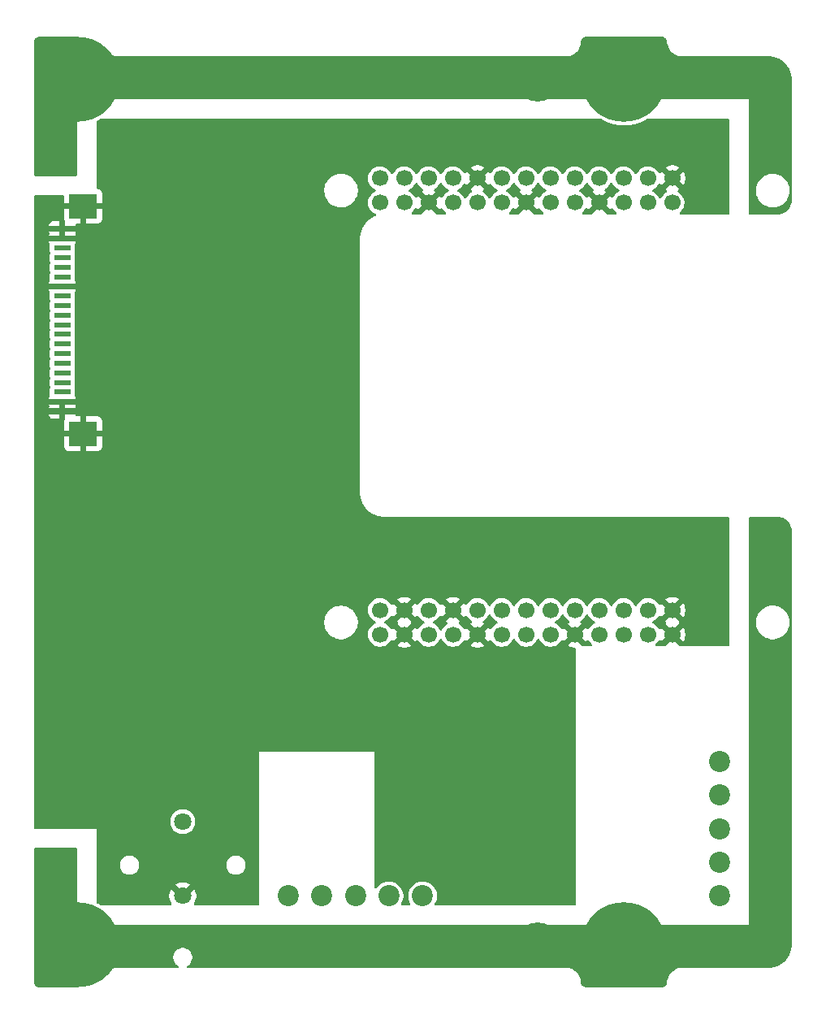
<source format=gbr>
%TF.GenerationSoftware,KiCad,Pcbnew,9.0.6*%
%TF.CreationDate,2025-12-03T08:33:47+03:00*%
%TF.ProjectId,PMCPU-LLU,504d4350-552d-44c4-9c55-2e6b69636164,rev?*%
%TF.SameCoordinates,Original*%
%TF.FileFunction,Copper,L2,Bot*%
%TF.FilePolarity,Positive*%
%FSLAX46Y46*%
G04 Gerber Fmt 4.6, Leading zero omitted, Abs format (unit mm)*
G04 Created by KiCad (PCBNEW 9.0.6) date 2025-12-03 08:33:47*
%MOMM*%
%LPD*%
G01*
G04 APERTURE LIST*
%TA.AperFunction,ComponentPad*%
%ADD10C,0.900000*%
%TD*%
%TA.AperFunction,ComponentPad*%
%ADD11C,8.600000*%
%TD*%
%TA.AperFunction,ComponentPad*%
%ADD12C,2.200000*%
%TD*%
%TA.AperFunction,ComponentPad*%
%ADD13C,1.800000*%
%TD*%
%TA.AperFunction,ComponentPad*%
%ADD14C,1.700000*%
%TD*%
%TA.AperFunction,ComponentPad*%
%ADD15C,0.700000*%
%TD*%
%TA.AperFunction,ComponentPad*%
%ADD16C,4.400000*%
%TD*%
%TA.AperFunction,SMDPad,CuDef*%
%ADD17R,1.800000X0.600000*%
%TD*%
%TA.AperFunction,SMDPad,CuDef*%
%ADD18R,3.000000X2.600000*%
%TD*%
G04 APERTURE END LIST*
D10*
%TO.P,H2,1,1*%
%TO.N,PE*%
X18775000Y45000000D03*
X19719581Y47280419D03*
X19719581Y42719581D03*
X22000000Y48225000D03*
D11*
X22000000Y45000000D03*
D10*
X22000000Y41775000D03*
X24280419Y47280419D03*
X24280419Y42719581D03*
X25225000Y45000000D03*
%TD*%
D12*
%TO.P,J6,1,Pin_1*%
%TO.N,PE*%
X32000000Y-40000000D03*
%TO.P,J6,2,Pin_2*%
%TO.N,/CANL*%
X32000000Y-36500000D03*
%TO.P,J6,3,Pin_3*%
%TO.N,/CANH*%
X32000000Y-33000000D03*
%TO.P,J6,4,Pin_4*%
%TO.N,/RS485-B*%
X32000000Y-29500000D03*
%TO.P,J6,5,Pin_5*%
%TO.N,/RS485-A*%
X32000000Y-26000000D03*
%TD*%
D10*
%TO.P,H3,1,1*%
%TO.N,PE*%
X-38225000Y-45000000D03*
X-37280419Y-42719581D03*
X-37280419Y-47280419D03*
X-35000000Y-41775000D03*
D11*
X-35000000Y-45000000D03*
D10*
X-35000000Y-48225000D03*
X-32719581Y-42719581D03*
X-32719581Y-47280419D03*
X-31775000Y-45000000D03*
%TD*%
D13*
%TO.P,J5,1,1*%
%TO.N,/Vbat*%
X-24000000Y-32250000D03*
%TO.P,J5,2,2*%
%TO.N,GND_CPU*%
X-24000000Y-40000000D03*
%TD*%
D14*
%TO.P,U2,00,3V3*%
%TO.N,unconnected-(U2-3V3-Pad00)*%
X-3440000Y34770000D03*
%TO.P,U2,0A,RM_IO7*%
%TO.N,/SPI0_MISO*%
X21960000Y34770000D03*
%TO.P,U2,0B,RM_IO8*%
%TO.N,/SPI0_MOSI*%
X24500000Y34770000D03*
%TO.P,U2,0C,GND*%
%TO.N,GND_CPU*%
X27040000Y34770000D03*
%TO.P,U2,01,RM_IO0*%
%TO.N,unconnected-(U2-RM_IO0-Pad01)*%
X-900000Y34770000D03*
%TO.P,U2,1A,RM_IO11*%
%TO.N,unconnected-(U2-RM_IO11-Pad1A)*%
X21960000Y32230000D03*
%TO.P,U2,1B,RM_IO10*%
%TO.N,unconnected-(U2-RM_IO10-Pad1B)*%
X24500000Y32230000D03*
%TO.P,U2,1C,RM_IO9*%
%TO.N,unconnected-(U2-RM_IO9-Pad1C)*%
X27040000Y32230000D03*
%TO.P,U2,02,RM_IO1*%
%TO.N,unconnected-(U2-RM_IO1-Pad02)*%
X1640000Y34770000D03*
%TO.P,U2,2A,RM_IO30*%
%TO.N,/LED_0*%
X21960000Y-10230000D03*
%TO.P,U2,2B,RM_IO31*%
%TO.N,unconnected-(U2-RM_IO31-Pad2B)*%
X24500000Y-10230000D03*
%TO.P,U2,2C,GND*%
%TO.N,GND_CPU*%
X27040000Y-10230000D03*
%TO.P,U2,03,RM_IO2*%
%TO.N,/SPI0_CS3*%
X4180000Y34770000D03*
%TO.P,U2,3A,RM_IO18*%
%TO.N,/I2C1_SCL*%
X21960000Y-12770000D03*
%TO.P,U2,3B,RM_IO20*%
%TO.N,/I2C1_SDA*%
X24500000Y-12770000D03*
%TO.P,U2,3C,GND*%
%TO.N,GND_CPU*%
X27040000Y-12770000D03*
%TO.P,U2,04,GND*%
X6720000Y34770000D03*
%TO.P,U2,05,RM_IO3*%
%TO.N,/SPI0_CS2*%
X9260000Y34770000D03*
%TO.P,U2,06,RM_IO4*%
%TO.N,/SPI0_CS1*%
X11800000Y34770000D03*
%TO.P,U2,07,RM_IO5*%
%TO.N,/SPI0_CS0*%
X14340000Y34770000D03*
%TO.P,U2,08,3V3*%
%TO.N,unconnected-(U2-3V3-Pad08)*%
X16880000Y34770000D03*
%TO.P,U2,09,RM_IO6*%
%TO.N,/SPI0_SCK*%
X19420000Y34770000D03*
%TO.P,U2,10,VSYS*%
%TO.N,+5V_CPU*%
X-3440000Y32230000D03*
%TO.P,U2,11,VSYS*%
X-900000Y32230000D03*
%TO.P,U2,12,GND*%
%TO.N,GND_CPU*%
X1640000Y32230000D03*
%TO.P,U2,13,RM_IO22*%
%TO.N,unconnected-(U2-RM_IO22-Pad13)*%
X4180000Y32230000D03*
%TO.P,U2,14,RM_IO23*%
%TO.N,unconnected-(U2-RM_IO23-Pad14)*%
X6720000Y32230000D03*
%TO.P,U2,15,RM_IO14*%
%TO.N,unconnected-(U2-RM_IO14-Pad15)*%
X9260000Y32230000D03*
%TO.P,U2,16,GND*%
%TO.N,GND_CPU*%
X11800000Y32230000D03*
%TO.P,U2,17,RM_IO13*%
%TO.N,unconnected-(U2-RM_IO13-Pad17)*%
X14340000Y32230000D03*
%TO.P,U2,18,RM_IO12*%
%TO.N,unconnected-(U2-RM_IO12-Pad18)*%
X16880000Y32230000D03*
%TO.P,U2,19,GND*%
%TO.N,GND_CPU*%
X19420000Y32230000D03*
%TO.P,U2,20,VSYS*%
%TO.N,unconnected-(U2-VSYS-Pad20)*%
X-3440000Y-10230000D03*
%TO.P,U2,21,GND*%
%TO.N,GND_CPU*%
X-900000Y-10230000D03*
%TO.P,U2,22,3V3*%
%TO.N,Net-(D9-A)*%
X1640000Y-10230000D03*
%TO.P,U2,23,GND*%
%TO.N,GND_CPU*%
X4180000Y-10230000D03*
%TO.P,U2,24,RM_IO24*%
%TO.N,/I2C0_SCL*%
X6720000Y-10230000D03*
%TO.P,U2,25,RM_IO25*%
%TO.N,/I2C0_SDA*%
X9260000Y-10230000D03*
%TO.P,U2,26,RM_IO26*%
%TO.N,unconnected-(U2-RM_IO26-Pad26)*%
X11800000Y-10230000D03*
%TO.P,U2,27,RM_IO27*%
%TO.N,unconnected-(U2-RM_IO27-Pad27)*%
X14340000Y-10230000D03*
%TO.P,U2,28,RM_IO28*%
%TO.N,/LED_2*%
X16880000Y-10230000D03*
%TO.P,U2,29,RM_IO29*%
%TO.N,/LED_1*%
X19420000Y-10230000D03*
%TO.P,U2,30,1V8*%
%TO.N,unconnected-(U2-1V8-Pad30)*%
X-3440000Y-12770000D03*
%TO.P,U2,31,GND*%
%TO.N,GND_CPU*%
X-900000Y-12770000D03*
%TO.P,U2,32,ADC3*%
%TO.N,unconnected-(U2-ADC3-Pad32)*%
X1640000Y-12770000D03*
%TO.P,U2,33,ADC2*%
%TO.N,unconnected-(U2-ADC2-Pad33)*%
X4180000Y-12770000D03*
%TO.P,U2,34,GND*%
%TO.N,GND_CPU*%
X6720000Y-12770000D03*
%TO.P,U2,35,RM_IO16*%
%TO.N,/UART_TX*%
X9260000Y-12770000D03*
%TO.P,U2,36*%
%TO.N,/UART_RTS*%
X11800000Y-12770000D03*
%TO.P,U2,37*%
%TO.N,unconnected-(U2-Pad37)*%
X14340000Y-12770000D03*
%TO.P,U2,38,GND*%
%TO.N,GND_CPU*%
X16880000Y-12770000D03*
%TO.P,U2,39,RM_IO17*%
%TO.N,/UART_RX*%
X19420000Y-12770000D03*
%TD*%
D10*
%TO.P,H4,1,1*%
%TO.N,PE*%
X18775000Y-45000000D03*
X19719581Y-42719581D03*
X19719581Y-47280419D03*
X22000000Y-41775000D03*
D11*
X22000000Y-45000000D03*
D10*
X22000000Y-48225000D03*
X24280419Y-42719581D03*
X24280419Y-47280419D03*
X25225000Y-45000000D03*
%TD*%
D15*
%TO.P,SP1,PE,PE*%
%TO.N,PE*%
X11350000Y45000000D03*
X11350000Y-45000000D03*
X11833274Y46166726D03*
X11833274Y43833274D03*
X11833274Y-43833274D03*
X11833274Y-46166726D03*
X13000000Y46650000D03*
D16*
X13000000Y45000000D03*
D15*
X13000000Y43350000D03*
X13000000Y-43350000D03*
D16*
X13000000Y-45000000D03*
D15*
X13000000Y-46650000D03*
X14166726Y46166726D03*
X14166726Y43833274D03*
X14166726Y-43833274D03*
X14166726Y-46166726D03*
X14650000Y45000000D03*
X14650000Y-45000000D03*
X35350000Y45000000D03*
X35350000Y-45000000D03*
X35833274Y46166726D03*
X35833274Y43833274D03*
X35833274Y-43833274D03*
X35833274Y-46166726D03*
X37000000Y46650000D03*
D16*
X37000000Y45000000D03*
D15*
X37000000Y43350000D03*
X37000000Y-43350000D03*
D16*
X37000000Y-45000000D03*
D15*
X37000000Y-46650000D03*
X38166726Y46166726D03*
X38166726Y43833274D03*
X38166726Y-43833274D03*
X38166726Y-46166726D03*
X38650000Y45000000D03*
X38650000Y-45000000D03*
%TD*%
D12*
%TO.P,J1,1,Pin_1*%
%TO.N,+24V_EB*%
X-13000000Y-40000000D03*
%TO.P,J1,2,Pin_2*%
%TO.N,GND_EB*%
X-9500000Y-40000000D03*
%TO.P,J1,3,Pin_3*%
%TO.N,/CANL_EB*%
X-6000000Y-40000000D03*
%TO.P,J1,4,Pin_4*%
%TO.N,/CANH_EB*%
X-2500000Y-40000000D03*
%TO.P,J1,5,Pin_5*%
%TO.N,PE*%
X1000000Y-40000000D03*
%TD*%
D10*
%TO.P,H1,1,1*%
%TO.N,PE*%
X-38225000Y45000000D03*
X-37280419Y47280419D03*
X-37280419Y42719581D03*
X-35000000Y48225000D03*
D11*
X-35000000Y45000000D03*
D10*
X-35000000Y41775000D03*
X-32719581Y47280419D03*
X-32719581Y42719581D03*
X-31775000Y45000000D03*
%TD*%
D17*
%TO.P,JM1,1,Pin_1*%
%TO.N,GND_CPU*%
X-36546000Y29500000D03*
%TO.P,JM1,2,Pin_2*%
X-36546000Y28500000D03*
%TO.P,JM1,3,Pin_3*%
%TO.N,+5V_CPU*%
X-36546000Y27500000D03*
%TO.P,JM1,4,Pin_4*%
X-36546000Y26500000D03*
%TO.P,JM1,5,Pin_5*%
%TO.N,+3.3V_CPU*%
X-36546000Y25500000D03*
%TO.P,JM1,6,Pin_6*%
X-36546000Y24500000D03*
%TO.P,JM1,7,Pin_7*%
%TO.N,GND_CPU*%
X-36546000Y23500000D03*
%TO.P,JM1,8,Pin_8*%
%TO.N,/SPI0_MOSI*%
X-36546000Y22500000D03*
%TO.P,JM1,9,Pin_9*%
%TO.N,/SPI0_MISO*%
X-36546000Y21500000D03*
%TO.P,JM1,10,Pin_10*%
%TO.N,/SPI0_SCK*%
X-36546000Y20500000D03*
%TO.P,JM1,11,Pin_11*%
%TO.N,/SPI0_CS0*%
X-36546000Y19500000D03*
%TO.P,JM1,12,Pin_11*%
%TO.N,/SPI0_CS1*%
X-36546000Y18500000D03*
%TO.P,JM1,13,Pin_11*%
%TO.N,/SPI0_CS2*%
X-36546000Y17500000D03*
%TO.P,JM1,14,Pin_11*%
%TO.N,/SPI0_CS3*%
X-36546000Y16500000D03*
%TO.P,JM1,15,Pin_11*%
%TO.N,/RST*%
X-36546000Y15500000D03*
%TO.P,JM1,16,Pin_11*%
%TO.N,Net-(JM2-Pin_5)*%
X-36546000Y14500000D03*
%TO.P,JM1,17,Pin_11*%
%TO.N,/I2C0_SDA*%
X-36546000Y13500000D03*
%TO.P,JM1,18,Pin_11*%
%TO.N,/I2C0_SCL*%
X-36546000Y12500000D03*
%TO.P,JM1,19,Pin_11*%
%TO.N,GND_CPU*%
X-36546000Y11500000D03*
%TO.P,JM1,20,Pin_11*%
X-36546000Y10500000D03*
D18*
%TO.P,JM1,MP1,Pin_11*%
X-34375000Y31850000D03*
%TO.P,JM1,MP2,Pin_11*%
X-34375000Y8150000D03*
%TD*%
%TA.AperFunction,Conductor*%
%TO.N,GND_CPU*%
G36*
X19561778Y40980039D02*
G01*
X19827483Y40826634D01*
X20199483Y40653167D01*
X20585186Y40512783D01*
X20981656Y40406549D01*
X20981669Y40406547D01*
X20981672Y40406546D01*
X21117018Y40382681D01*
X21385877Y40335274D01*
X21794772Y40299500D01*
X21794781Y40299500D01*
X22205219Y40299500D01*
X22205228Y40299500D01*
X22614123Y40335274D01*
X23018344Y40406549D01*
X23414814Y40512783D01*
X23800517Y40653167D01*
X24172517Y40826634D01*
X24438221Y40980039D01*
X24512721Y41000000D01*
X32851000Y41000000D01*
X32925500Y40980038D01*
X32980038Y40925500D01*
X33000000Y40851000D01*
X33000000Y31149500D01*
X32980038Y31075000D01*
X32925500Y31020462D01*
X32851000Y31000500D01*
X27933790Y31000500D01*
X27859290Y31020462D01*
X27804752Y31075000D01*
X27784790Y31149500D01*
X27804752Y31224000D01*
X27846207Y31270041D01*
X27854646Y31276172D01*
X27993828Y31415354D01*
X28109524Y31574595D01*
X28198884Y31749975D01*
X28259709Y31937174D01*
X28290500Y32131583D01*
X28290500Y32328417D01*
X28259709Y32522826D01*
X28198884Y32710025D01*
X28109524Y32885405D01*
X27993828Y33044646D01*
X27854646Y33183828D01*
X27695406Y33299523D01*
X27695407Y33299523D01*
X27694596Y33299937D01*
X27672086Y33311406D01*
X27614770Y33363013D01*
X27590935Y33436366D01*
X27606970Y33511808D01*
X27658579Y33569126D01*
X27672086Y33576925D01*
X27747558Y33615380D01*
X27760761Y33624974D01*
X27760761Y33624975D01*
X27113641Y34272095D01*
X27232993Y34304075D01*
X27347007Y34369901D01*
X27440099Y34462993D01*
X27505925Y34577007D01*
X27537905Y34696359D01*
X28185025Y34049239D01*
X28185026Y34049239D01*
X28194620Y34062443D01*
X28291093Y34251780D01*
X28356757Y34453872D01*
X28390000Y34663758D01*
X28390000Y34876243D01*
X28356757Y35086129D01*
X28291093Y35288221D01*
X28194624Y35477552D01*
X28185025Y35490763D01*
X27537905Y34843643D01*
X27505925Y34962993D01*
X27440099Y35077007D01*
X27347007Y35170099D01*
X27232993Y35235925D01*
X27113640Y35267907D01*
X27760761Y35915028D01*
X27747554Y35924623D01*
X27558220Y36021094D01*
X27356128Y36086758D01*
X27146242Y36120000D01*
X26933758Y36120000D01*
X26723871Y36086758D01*
X26521779Y36021094D01*
X26332443Y35924622D01*
X26319237Y35915028D01*
X26966358Y35267906D01*
X26847007Y35235925D01*
X26732993Y35170099D01*
X26639901Y35077007D01*
X26574075Y34962993D01*
X26542094Y34843642D01*
X25894972Y35490763D01*
X25885378Y35477556D01*
X25846923Y35402086D01*
X25795313Y35344770D01*
X25721960Y35320937D01*
X25646517Y35336974D01*
X25589201Y35388584D01*
X25581411Y35402074D01*
X25569524Y35425405D01*
X25453828Y35584646D01*
X25314646Y35723828D01*
X25155405Y35839524D01*
X25145010Y35844821D01*
X24980036Y35928879D01*
X24980030Y35928881D01*
X24980025Y35928884D01*
X24792826Y35989709D01*
X24598417Y36020500D01*
X24401583Y36020500D01*
X24207174Y35989709D01*
X24019975Y35928884D01*
X24019972Y35928883D01*
X24019963Y35928879D01*
X23844598Y35839526D01*
X23844593Y35839523D01*
X23685363Y35723835D01*
X23685352Y35723826D01*
X23546174Y35584648D01*
X23546165Y35584637D01*
X23430477Y35425407D01*
X23430474Y35425402D01*
X23362760Y35292505D01*
X23311151Y35235187D01*
X23237798Y35211353D01*
X23162356Y35227389D01*
X23105038Y35278998D01*
X23097240Y35292505D01*
X23048285Y35388584D01*
X23029524Y35425405D01*
X22913828Y35584646D01*
X22774646Y35723828D01*
X22615405Y35839524D01*
X22605010Y35844821D01*
X22440036Y35928879D01*
X22440030Y35928881D01*
X22440025Y35928884D01*
X22252826Y35989709D01*
X22058417Y36020500D01*
X21861583Y36020500D01*
X21667174Y35989709D01*
X21479975Y35928884D01*
X21479972Y35928883D01*
X21479963Y35928879D01*
X21304598Y35839526D01*
X21304593Y35839523D01*
X21145363Y35723835D01*
X21145352Y35723826D01*
X21006174Y35584648D01*
X21006165Y35584637D01*
X20890477Y35425407D01*
X20890474Y35425402D01*
X20822760Y35292505D01*
X20771151Y35235187D01*
X20697798Y35211353D01*
X20622356Y35227389D01*
X20565038Y35278998D01*
X20557240Y35292505D01*
X20508285Y35388584D01*
X20489524Y35425405D01*
X20373828Y35584646D01*
X20234646Y35723828D01*
X20075405Y35839524D01*
X20065010Y35844821D01*
X19900036Y35928879D01*
X19900030Y35928881D01*
X19900025Y35928884D01*
X19712826Y35989709D01*
X19518417Y36020500D01*
X19321583Y36020500D01*
X19127174Y35989709D01*
X18939975Y35928884D01*
X18939972Y35928883D01*
X18939963Y35928879D01*
X18764598Y35839526D01*
X18764593Y35839523D01*
X18605363Y35723835D01*
X18605352Y35723826D01*
X18466174Y35584648D01*
X18466165Y35584637D01*
X18350477Y35425407D01*
X18350474Y35425402D01*
X18282760Y35292505D01*
X18231151Y35235187D01*
X18157798Y35211353D01*
X18082356Y35227389D01*
X18025038Y35278998D01*
X18017240Y35292505D01*
X17968285Y35388584D01*
X17949524Y35425405D01*
X17833828Y35584646D01*
X17694646Y35723828D01*
X17535405Y35839524D01*
X17525010Y35844821D01*
X17360036Y35928879D01*
X17360030Y35928881D01*
X17360025Y35928884D01*
X17172826Y35989709D01*
X16978417Y36020500D01*
X16781583Y36020500D01*
X16587174Y35989709D01*
X16399975Y35928884D01*
X16399972Y35928883D01*
X16399963Y35928879D01*
X16224598Y35839526D01*
X16224593Y35839523D01*
X16065363Y35723835D01*
X16065352Y35723826D01*
X15926174Y35584648D01*
X15926165Y35584637D01*
X15810477Y35425407D01*
X15810474Y35425402D01*
X15742760Y35292505D01*
X15691151Y35235187D01*
X15617798Y35211353D01*
X15542356Y35227389D01*
X15485038Y35278998D01*
X15477240Y35292505D01*
X15428285Y35388584D01*
X15409524Y35425405D01*
X15293828Y35584646D01*
X15154646Y35723828D01*
X14995405Y35839524D01*
X14985010Y35844821D01*
X14820036Y35928879D01*
X14820030Y35928881D01*
X14820025Y35928884D01*
X14632826Y35989709D01*
X14438417Y36020500D01*
X14241583Y36020500D01*
X14047174Y35989709D01*
X13859975Y35928884D01*
X13859972Y35928883D01*
X13859963Y35928879D01*
X13684598Y35839526D01*
X13684593Y35839523D01*
X13525363Y35723835D01*
X13525352Y35723826D01*
X13386174Y35584648D01*
X13386165Y35584637D01*
X13270477Y35425407D01*
X13270474Y35425402D01*
X13202760Y35292505D01*
X13151151Y35235187D01*
X13077798Y35211353D01*
X13002356Y35227389D01*
X12945038Y35278998D01*
X12937240Y35292505D01*
X12888285Y35388584D01*
X12869524Y35425405D01*
X12753828Y35584646D01*
X12614646Y35723828D01*
X12455405Y35839524D01*
X12445010Y35844821D01*
X12280036Y35928879D01*
X12280030Y35928881D01*
X12280025Y35928884D01*
X12092826Y35989709D01*
X11898417Y36020500D01*
X11701583Y36020500D01*
X11507174Y35989709D01*
X11319975Y35928884D01*
X11319972Y35928883D01*
X11319963Y35928879D01*
X11144598Y35839526D01*
X11144593Y35839523D01*
X10985363Y35723835D01*
X10985352Y35723826D01*
X10846174Y35584648D01*
X10846165Y35584637D01*
X10730477Y35425407D01*
X10730474Y35425402D01*
X10662760Y35292505D01*
X10611151Y35235187D01*
X10537798Y35211353D01*
X10462356Y35227389D01*
X10405038Y35278998D01*
X10397240Y35292505D01*
X10348285Y35388584D01*
X10329524Y35425405D01*
X10213828Y35584646D01*
X10074646Y35723828D01*
X9915405Y35839524D01*
X9905010Y35844821D01*
X9740036Y35928879D01*
X9740030Y35928881D01*
X9740025Y35928884D01*
X9552826Y35989709D01*
X9358417Y36020500D01*
X9161583Y36020500D01*
X8967174Y35989709D01*
X8779975Y35928884D01*
X8779972Y35928883D01*
X8779963Y35928879D01*
X8604598Y35839526D01*
X8604593Y35839523D01*
X8445363Y35723835D01*
X8445352Y35723826D01*
X8306174Y35584648D01*
X8306165Y35584637D01*
X8190477Y35425407D01*
X8190476Y35425406D01*
X8178594Y35402086D01*
X8126984Y35344769D01*
X8053630Y35320937D01*
X7978188Y35336974D01*
X7920871Y35388584D01*
X7913075Y35402088D01*
X7874624Y35477552D01*
X7865025Y35490763D01*
X7217905Y34843643D01*
X7185925Y34962993D01*
X7120099Y35077007D01*
X7027007Y35170099D01*
X6912993Y35235925D01*
X6793640Y35267907D01*
X7440761Y35915028D01*
X7427554Y35924623D01*
X7238220Y36021094D01*
X7036128Y36086758D01*
X6826242Y36120000D01*
X6613758Y36120000D01*
X6403871Y36086758D01*
X6201779Y36021094D01*
X6012443Y35924622D01*
X5999237Y35915028D01*
X6646358Y35267906D01*
X6527007Y35235925D01*
X6412993Y35170099D01*
X6319901Y35077007D01*
X6254075Y34962993D01*
X6222094Y34843642D01*
X5574972Y35490763D01*
X5565378Y35477556D01*
X5526923Y35402086D01*
X5475313Y35344770D01*
X5401960Y35320937D01*
X5326517Y35336974D01*
X5269201Y35388584D01*
X5261411Y35402074D01*
X5249524Y35425405D01*
X5133828Y35584646D01*
X4994646Y35723828D01*
X4835405Y35839524D01*
X4825010Y35844821D01*
X4660036Y35928879D01*
X4660030Y35928881D01*
X4660025Y35928884D01*
X4472826Y35989709D01*
X4278417Y36020500D01*
X4081583Y36020500D01*
X3887174Y35989709D01*
X3699975Y35928884D01*
X3699972Y35928883D01*
X3699963Y35928879D01*
X3524598Y35839526D01*
X3524593Y35839523D01*
X3365363Y35723835D01*
X3365352Y35723826D01*
X3226174Y35584648D01*
X3226165Y35584637D01*
X3110477Y35425407D01*
X3110474Y35425402D01*
X3042760Y35292505D01*
X2991151Y35235187D01*
X2917798Y35211353D01*
X2842356Y35227389D01*
X2785038Y35278998D01*
X2777240Y35292505D01*
X2728285Y35388584D01*
X2709524Y35425405D01*
X2593828Y35584646D01*
X2454646Y35723828D01*
X2295405Y35839524D01*
X2285010Y35844821D01*
X2120036Y35928879D01*
X2120030Y35928881D01*
X2120025Y35928884D01*
X1932826Y35989709D01*
X1738417Y36020500D01*
X1541583Y36020500D01*
X1347174Y35989709D01*
X1159975Y35928884D01*
X1159972Y35928883D01*
X1159963Y35928879D01*
X984598Y35839526D01*
X984593Y35839523D01*
X825363Y35723835D01*
X825352Y35723826D01*
X686174Y35584648D01*
X686165Y35584637D01*
X570477Y35425407D01*
X570474Y35425402D01*
X502760Y35292505D01*
X451151Y35235187D01*
X377798Y35211353D01*
X302356Y35227389D01*
X245038Y35278998D01*
X237240Y35292505D01*
X188285Y35388584D01*
X169524Y35425405D01*
X53828Y35584646D01*
X-85354Y35723828D01*
X-244595Y35839524D01*
X-254990Y35844821D01*
X-419964Y35928879D01*
X-419970Y35928881D01*
X-419975Y35928884D01*
X-607174Y35989709D01*
X-801583Y36020500D01*
X-998417Y36020500D01*
X-1192826Y35989709D01*
X-1380025Y35928884D01*
X-1380028Y35928883D01*
X-1380037Y35928879D01*
X-1555402Y35839526D01*
X-1555407Y35839523D01*
X-1714637Y35723835D01*
X-1714648Y35723826D01*
X-1853826Y35584648D01*
X-1853835Y35584637D01*
X-1969523Y35425407D01*
X-1969526Y35425402D01*
X-2037240Y35292505D01*
X-2088849Y35235187D01*
X-2162202Y35211353D01*
X-2237644Y35227389D01*
X-2294962Y35278998D01*
X-2302760Y35292505D01*
X-2351715Y35388584D01*
X-2370476Y35425405D01*
X-2486172Y35584646D01*
X-2625354Y35723828D01*
X-2784595Y35839524D01*
X-2794990Y35844821D01*
X-2959964Y35928879D01*
X-2959970Y35928881D01*
X-2959975Y35928884D01*
X-3147174Y35989709D01*
X-3341583Y36020500D01*
X-3538417Y36020500D01*
X-3732826Y35989709D01*
X-3920025Y35928884D01*
X-3920028Y35928883D01*
X-3920037Y35928879D01*
X-4095402Y35839526D01*
X-4095407Y35839523D01*
X-4254637Y35723835D01*
X-4254648Y35723826D01*
X-4393826Y35584648D01*
X-4393835Y35584637D01*
X-4509523Y35425407D01*
X-4509526Y35425402D01*
X-4598879Y35250037D01*
X-4598883Y35250028D01*
X-4598884Y35250025D01*
X-4659709Y35062826D01*
X-4690500Y34868417D01*
X-4690500Y34671583D01*
X-4659709Y34477174D01*
X-4598884Y34289975D01*
X-4598881Y34289970D01*
X-4598879Y34289964D01*
X-4528288Y34151422D01*
X-4509524Y34114595D01*
X-4393828Y33955354D01*
X-4254646Y33816172D01*
X-4095405Y33700476D01*
X-4027256Y33665753D01*
X-3962505Y33632760D01*
X-3905187Y33581151D01*
X-3881353Y33507798D01*
X-3897389Y33432356D01*
X-3948998Y33375038D01*
X-3962505Y33367240D01*
X-4095402Y33299526D01*
X-4095407Y33299523D01*
X-4254637Y33183835D01*
X-4254648Y33183826D01*
X-4393826Y33044648D01*
X-4393835Y33044637D01*
X-4509523Y32885407D01*
X-4509526Y32885402D01*
X-4598879Y32710037D01*
X-4598883Y32710028D01*
X-4598884Y32710025D01*
X-4659709Y32522826D01*
X-4690500Y32328417D01*
X-4690500Y32131583D01*
X-4659709Y31937174D01*
X-4598884Y31749975D01*
X-4598881Y31749970D01*
X-4598879Y31749964D01*
X-4528288Y31611422D01*
X-4509524Y31574595D01*
X-4393828Y31415354D01*
X-4254646Y31276172D01*
X-4095405Y31160476D01*
X-4043295Y31133925D01*
X-3943329Y31082990D01*
X-3886011Y31031382D01*
X-3862177Y30958029D01*
X-3878213Y30882586D01*
X-3929821Y30825268D01*
X-3958135Y30810913D01*
X-4028109Y30784375D01*
X-4028111Y30784374D01*
X-4295965Y30643794D01*
X-4544922Y30471952D01*
X-4771352Y30271352D01*
X-4971952Y30044922D01*
X-5143794Y29795965D01*
X-5284374Y29528111D01*
X-5284380Y29528099D01*
X-5391642Y29245271D01*
X-5391645Y29245262D01*
X-5464035Y28951561D01*
X-5464037Y28951554D01*
X-5464477Y28947928D01*
X-5500500Y28651252D01*
X-5500500Y28565892D01*
X-5500500Y2065892D01*
X-5500500Y2000000D01*
X-5500500Y1848748D01*
X-5473153Y1623524D01*
X-5464037Y1548447D01*
X-5464035Y1548440D01*
X-5391645Y1254739D01*
X-5391642Y1254730D01*
X-5284380Y971902D01*
X-5284375Y971892D01*
X-5284373Y971887D01*
X-5143792Y704033D01*
X-4971950Y455076D01*
X-4771352Y228648D01*
X-4544924Y28050D01*
X-4295967Y-143792D01*
X-4028113Y-284373D01*
X-4028105Y-284376D01*
X-4028099Y-284379D01*
X-3782215Y-377630D01*
X-3745266Y-391643D01*
X-3451551Y-464037D01*
X-3151252Y-500500D01*
X-3151247Y-500500D01*
X32851000Y-500500D01*
X32925500Y-520462D01*
X32980038Y-575000D01*
X33000000Y-649500D01*
X33000000Y-13851000D01*
X32980038Y-13925500D01*
X32925500Y-13980038D01*
X32851000Y-14000000D01*
X27908754Y-14000000D01*
X27908754Y-13996405D01*
X27888238Y-13999086D01*
X27817010Y-13969499D01*
X27802475Y-13956739D01*
X27113641Y-13267905D01*
X27232993Y-13235925D01*
X27347007Y-13170099D01*
X27440099Y-13077007D01*
X27505925Y-12962993D01*
X27537905Y-12843641D01*
X28185025Y-13490761D01*
X28185026Y-13490761D01*
X28194620Y-13477557D01*
X28291093Y-13288220D01*
X28356757Y-13086128D01*
X28390000Y-12876242D01*
X28390000Y-12663757D01*
X28356757Y-12453871D01*
X28291093Y-12251779D01*
X28194624Y-12062448D01*
X28185025Y-12049237D01*
X27537905Y-12696357D01*
X27505925Y-12577007D01*
X27440099Y-12462993D01*
X27347007Y-12369901D01*
X27232993Y-12304075D01*
X27113640Y-12272093D01*
X27760761Y-11624972D01*
X27754665Y-11620544D01*
X27706126Y-11560604D01*
X27694060Y-11484426D01*
X27721699Y-11412420D01*
X27754661Y-11379458D01*
X27760761Y-11375025D01*
X27113641Y-10727905D01*
X27232993Y-10695925D01*
X27347007Y-10630099D01*
X27440099Y-10537007D01*
X27505925Y-10422993D01*
X27537905Y-10303641D01*
X28185025Y-10950761D01*
X28185026Y-10950761D01*
X28194620Y-10937557D01*
X28291093Y-10748220D01*
X28356757Y-10546128D01*
X28390000Y-10336242D01*
X28390000Y-10123757D01*
X28356757Y-9913871D01*
X28291093Y-9711779D01*
X28194624Y-9522448D01*
X28185025Y-9509237D01*
X27537905Y-10156357D01*
X27505925Y-10037007D01*
X27440099Y-9922993D01*
X27347007Y-9829901D01*
X27232993Y-9764075D01*
X27113640Y-9732093D01*
X27760761Y-9084972D01*
X27747554Y-9075377D01*
X27558220Y-8978906D01*
X27356128Y-8913242D01*
X27146242Y-8880000D01*
X26933758Y-8880000D01*
X26723871Y-8913242D01*
X26521779Y-8978906D01*
X26332443Y-9075378D01*
X26319237Y-9084972D01*
X26966358Y-9732094D01*
X26847007Y-9764075D01*
X26732993Y-9829901D01*
X26639901Y-9922993D01*
X26574075Y-10037007D01*
X26542094Y-10156358D01*
X25894972Y-9509237D01*
X25885378Y-9522444D01*
X25846923Y-9597914D01*
X25795313Y-9655230D01*
X25721960Y-9679063D01*
X25646517Y-9663026D01*
X25589201Y-9611416D01*
X25581411Y-9597926D01*
X25569524Y-9574595D01*
X25453828Y-9415354D01*
X25314646Y-9276172D01*
X25155405Y-9160476D01*
X25145010Y-9155179D01*
X24980036Y-9071121D01*
X24980030Y-9071119D01*
X24980025Y-9071116D01*
X24792826Y-9010291D01*
X24598417Y-8979500D01*
X24401583Y-8979500D01*
X24207174Y-9010291D01*
X24019975Y-9071116D01*
X24019972Y-9071117D01*
X24019963Y-9071121D01*
X23844598Y-9160474D01*
X23844593Y-9160477D01*
X23685363Y-9276165D01*
X23685352Y-9276174D01*
X23546174Y-9415352D01*
X23546165Y-9415363D01*
X23430477Y-9574593D01*
X23430474Y-9574598D01*
X23362760Y-9707495D01*
X23311151Y-9764813D01*
X23237798Y-9788647D01*
X23162356Y-9772611D01*
X23105038Y-9721002D01*
X23097240Y-9707495D01*
X23048285Y-9611416D01*
X23029524Y-9574595D01*
X22913828Y-9415354D01*
X22774646Y-9276172D01*
X22615405Y-9160476D01*
X22605010Y-9155179D01*
X22440036Y-9071121D01*
X22440030Y-9071119D01*
X22440025Y-9071116D01*
X22252826Y-9010291D01*
X22058417Y-8979500D01*
X21861583Y-8979500D01*
X21667174Y-9010291D01*
X21479975Y-9071116D01*
X21479972Y-9071117D01*
X21479963Y-9071121D01*
X21304598Y-9160474D01*
X21304593Y-9160477D01*
X21145363Y-9276165D01*
X21145352Y-9276174D01*
X21006174Y-9415352D01*
X21006165Y-9415363D01*
X20890477Y-9574593D01*
X20890474Y-9574598D01*
X20822760Y-9707495D01*
X20771151Y-9764813D01*
X20697798Y-9788647D01*
X20622356Y-9772611D01*
X20565038Y-9721002D01*
X20557240Y-9707495D01*
X20508285Y-9611416D01*
X20489524Y-9574595D01*
X20373828Y-9415354D01*
X20234646Y-9276172D01*
X20075405Y-9160476D01*
X20065010Y-9155179D01*
X19900036Y-9071121D01*
X19900030Y-9071119D01*
X19900025Y-9071116D01*
X19712826Y-9010291D01*
X19518417Y-8979500D01*
X19321583Y-8979500D01*
X19127174Y-9010291D01*
X18939975Y-9071116D01*
X18939972Y-9071117D01*
X18939963Y-9071121D01*
X18764598Y-9160474D01*
X18764593Y-9160477D01*
X18605363Y-9276165D01*
X18605352Y-9276174D01*
X18466174Y-9415352D01*
X18466165Y-9415363D01*
X18350477Y-9574593D01*
X18350474Y-9574598D01*
X18282760Y-9707495D01*
X18231151Y-9764813D01*
X18157798Y-9788647D01*
X18082356Y-9772611D01*
X18025038Y-9721002D01*
X18017240Y-9707495D01*
X17968285Y-9611416D01*
X17949524Y-9574595D01*
X17833828Y-9415354D01*
X17694646Y-9276172D01*
X17535405Y-9160476D01*
X17525010Y-9155179D01*
X17360036Y-9071121D01*
X17360030Y-9071119D01*
X17360025Y-9071116D01*
X17172826Y-9010291D01*
X16978417Y-8979500D01*
X16781583Y-8979500D01*
X16587174Y-9010291D01*
X16399975Y-9071116D01*
X16399972Y-9071117D01*
X16399963Y-9071121D01*
X16224598Y-9160474D01*
X16224593Y-9160477D01*
X16065363Y-9276165D01*
X16065352Y-9276174D01*
X15926174Y-9415352D01*
X15926165Y-9415363D01*
X15810477Y-9574593D01*
X15810474Y-9574598D01*
X15742760Y-9707495D01*
X15691151Y-9764813D01*
X15617798Y-9788647D01*
X15542356Y-9772611D01*
X15485038Y-9721002D01*
X15477240Y-9707495D01*
X15428285Y-9611416D01*
X15409524Y-9574595D01*
X15293828Y-9415354D01*
X15154646Y-9276172D01*
X14995405Y-9160476D01*
X14985010Y-9155179D01*
X14820036Y-9071121D01*
X14820030Y-9071119D01*
X14820025Y-9071116D01*
X14632826Y-9010291D01*
X14438417Y-8979500D01*
X14241583Y-8979500D01*
X14047174Y-9010291D01*
X13859975Y-9071116D01*
X13859972Y-9071117D01*
X13859963Y-9071121D01*
X13684598Y-9160474D01*
X13684593Y-9160477D01*
X13525363Y-9276165D01*
X13525352Y-9276174D01*
X13386174Y-9415352D01*
X13386165Y-9415363D01*
X13270477Y-9574593D01*
X13270474Y-9574598D01*
X13202760Y-9707495D01*
X13151151Y-9764813D01*
X13077798Y-9788647D01*
X13002356Y-9772611D01*
X12945038Y-9721002D01*
X12937240Y-9707495D01*
X12888285Y-9611416D01*
X12869524Y-9574595D01*
X12753828Y-9415354D01*
X12614646Y-9276172D01*
X12455405Y-9160476D01*
X12445010Y-9155179D01*
X12280036Y-9071121D01*
X12280030Y-9071119D01*
X12280025Y-9071116D01*
X12092826Y-9010291D01*
X11898417Y-8979500D01*
X11701583Y-8979500D01*
X11507174Y-9010291D01*
X11319975Y-9071116D01*
X11319972Y-9071117D01*
X11319963Y-9071121D01*
X11144598Y-9160474D01*
X11144593Y-9160477D01*
X10985363Y-9276165D01*
X10985352Y-9276174D01*
X10846174Y-9415352D01*
X10846165Y-9415363D01*
X10730477Y-9574593D01*
X10730474Y-9574598D01*
X10662760Y-9707495D01*
X10611151Y-9764813D01*
X10537798Y-9788647D01*
X10462356Y-9772611D01*
X10405038Y-9721002D01*
X10397240Y-9707495D01*
X10348285Y-9611416D01*
X10329524Y-9574595D01*
X10213828Y-9415354D01*
X10074646Y-9276172D01*
X9915405Y-9160476D01*
X9905010Y-9155179D01*
X9740036Y-9071121D01*
X9740030Y-9071119D01*
X9740025Y-9071116D01*
X9552826Y-9010291D01*
X9358417Y-8979500D01*
X9161583Y-8979500D01*
X8967174Y-9010291D01*
X8779975Y-9071116D01*
X8779972Y-9071117D01*
X8779963Y-9071121D01*
X8604598Y-9160474D01*
X8604593Y-9160477D01*
X8445363Y-9276165D01*
X8445352Y-9276174D01*
X8306174Y-9415352D01*
X8306165Y-9415363D01*
X8190477Y-9574593D01*
X8190474Y-9574598D01*
X8122760Y-9707495D01*
X8071151Y-9764813D01*
X7997798Y-9788647D01*
X7922356Y-9772611D01*
X7865038Y-9721002D01*
X7857240Y-9707495D01*
X7808285Y-9611416D01*
X7789524Y-9574595D01*
X7673828Y-9415354D01*
X7534646Y-9276172D01*
X7375405Y-9160476D01*
X7365010Y-9155179D01*
X7200036Y-9071121D01*
X7200030Y-9071119D01*
X7200025Y-9071116D01*
X7012826Y-9010291D01*
X6818417Y-8979500D01*
X6621583Y-8979500D01*
X6427174Y-9010291D01*
X6239975Y-9071116D01*
X6239972Y-9071117D01*
X6239963Y-9071121D01*
X6064598Y-9160474D01*
X6064593Y-9160477D01*
X5905363Y-9276165D01*
X5905352Y-9276174D01*
X5766174Y-9415352D01*
X5766165Y-9415363D01*
X5650477Y-9574593D01*
X5650476Y-9574594D01*
X5638594Y-9597914D01*
X5586984Y-9655231D01*
X5513630Y-9679063D01*
X5438188Y-9663026D01*
X5380871Y-9611416D01*
X5373075Y-9597912D01*
X5334624Y-9522448D01*
X5325025Y-9509237D01*
X4677905Y-10156357D01*
X4645925Y-10037007D01*
X4580099Y-9922993D01*
X4487007Y-9829901D01*
X4372993Y-9764075D01*
X4253640Y-9732093D01*
X4900761Y-9084972D01*
X4887554Y-9075377D01*
X4698220Y-8978906D01*
X4496128Y-8913242D01*
X4286242Y-8880000D01*
X4073758Y-8880000D01*
X3863871Y-8913242D01*
X3661779Y-8978906D01*
X3472443Y-9075378D01*
X3459237Y-9084972D01*
X4106358Y-9732094D01*
X3987007Y-9764075D01*
X3872993Y-9829901D01*
X3779901Y-9922993D01*
X3714075Y-10037007D01*
X3682094Y-10156358D01*
X3034972Y-9509237D01*
X3025378Y-9522444D01*
X2986923Y-9597914D01*
X2935313Y-9655230D01*
X2861960Y-9679063D01*
X2786517Y-9663026D01*
X2729201Y-9611416D01*
X2721411Y-9597926D01*
X2709524Y-9574595D01*
X2593828Y-9415354D01*
X2454646Y-9276172D01*
X2295405Y-9160476D01*
X2285010Y-9155179D01*
X2120036Y-9071121D01*
X2120030Y-9071119D01*
X2120025Y-9071116D01*
X1932826Y-9010291D01*
X1738417Y-8979500D01*
X1541583Y-8979500D01*
X1347174Y-9010291D01*
X1159975Y-9071116D01*
X1159972Y-9071117D01*
X1159963Y-9071121D01*
X984598Y-9160474D01*
X984593Y-9160477D01*
X825363Y-9276165D01*
X825352Y-9276174D01*
X686174Y-9415352D01*
X686165Y-9415363D01*
X570477Y-9574593D01*
X570476Y-9574594D01*
X558594Y-9597914D01*
X506984Y-9655231D01*
X433630Y-9679063D01*
X358188Y-9663026D01*
X300871Y-9611416D01*
X293075Y-9597912D01*
X254624Y-9522448D01*
X245025Y-9509237D01*
X-402095Y-10156357D01*
X-434075Y-10037007D01*
X-499901Y-9922993D01*
X-592993Y-9829901D01*
X-707007Y-9764075D01*
X-826360Y-9732093D01*
X-179239Y-9084972D01*
X-192446Y-9075377D01*
X-381780Y-8978906D01*
X-583872Y-8913242D01*
X-793758Y-8880000D01*
X-1006242Y-8880000D01*
X-1216129Y-8913242D01*
X-1418221Y-8978906D01*
X-1607557Y-9075378D01*
X-1620763Y-9084972D01*
X-973642Y-9732094D01*
X-1092993Y-9764075D01*
X-1207007Y-9829901D01*
X-1300099Y-9922993D01*
X-1365925Y-10037007D01*
X-1397906Y-10156358D01*
X-2045028Y-9509237D01*
X-2054622Y-9522444D01*
X-2093077Y-9597914D01*
X-2144687Y-9655230D01*
X-2218040Y-9679063D01*
X-2293483Y-9663026D01*
X-2350799Y-9611416D01*
X-2358589Y-9597926D01*
X-2370476Y-9574595D01*
X-2486172Y-9415354D01*
X-2625354Y-9276172D01*
X-2784595Y-9160476D01*
X-2794990Y-9155179D01*
X-2959964Y-9071121D01*
X-2959970Y-9071119D01*
X-2959975Y-9071116D01*
X-3147174Y-9010291D01*
X-3341583Y-8979500D01*
X-3538417Y-8979500D01*
X-3732826Y-9010291D01*
X-3920025Y-9071116D01*
X-3920028Y-9071117D01*
X-3920037Y-9071121D01*
X-4095402Y-9160474D01*
X-4095407Y-9160477D01*
X-4254637Y-9276165D01*
X-4254648Y-9276174D01*
X-4393826Y-9415352D01*
X-4393835Y-9415363D01*
X-4509523Y-9574593D01*
X-4509526Y-9574598D01*
X-4598879Y-9749963D01*
X-4598883Y-9749972D01*
X-4598884Y-9749975D01*
X-4659709Y-9937174D01*
X-4690500Y-10131583D01*
X-4690500Y-10328417D01*
X-4659709Y-10522826D01*
X-4598884Y-10710025D01*
X-4598881Y-10710030D01*
X-4598879Y-10710036D01*
X-4528288Y-10848578D01*
X-4509524Y-10885405D01*
X-4393828Y-11044646D01*
X-4254646Y-11183828D01*
X-4095405Y-11299524D01*
X-4056786Y-11319201D01*
X-3962505Y-11367240D01*
X-3905187Y-11418849D01*
X-3881353Y-11492202D01*
X-3897389Y-11567644D01*
X-3948998Y-11624962D01*
X-3962505Y-11632760D01*
X-4095402Y-11700474D01*
X-4095407Y-11700477D01*
X-4254637Y-11816165D01*
X-4254648Y-11816174D01*
X-4393826Y-11955352D01*
X-4393835Y-11955363D01*
X-4509523Y-12114593D01*
X-4509526Y-12114598D01*
X-4598879Y-12289963D01*
X-4598883Y-12289972D01*
X-4598884Y-12289975D01*
X-4659709Y-12477174D01*
X-4690500Y-12671583D01*
X-4690500Y-12868417D01*
X-4659709Y-13062826D01*
X-4598884Y-13250025D01*
X-4598881Y-13250030D01*
X-4598879Y-13250036D01*
X-4528288Y-13388578D01*
X-4509524Y-13425405D01*
X-4393828Y-13584646D01*
X-4254646Y-13723828D01*
X-4095405Y-13839524D01*
X-3920025Y-13928884D01*
X-3732826Y-13989709D01*
X-3538417Y-14020500D01*
X-3538412Y-14020500D01*
X-3341588Y-14020500D01*
X-3341583Y-14020500D01*
X-3147174Y-13989709D01*
X-2959975Y-13928884D01*
X-2784595Y-13839524D01*
X-2625354Y-13723828D01*
X-2486172Y-13584646D01*
X-2370476Y-13425405D01*
X-2358596Y-13402088D01*
X-2306990Y-13344772D01*
X-2233637Y-13320936D01*
X-2158194Y-13336971D01*
X-2100876Y-13388578D01*
X-2093077Y-13402086D01*
X-2054624Y-13477552D01*
X-2045028Y-13490761D01*
X-1397907Y-12843640D01*
X-1365925Y-12962993D01*
X-1300099Y-13077007D01*
X-1207007Y-13170099D01*
X-1092993Y-13235925D01*
X-973642Y-13267905D01*
X-1620763Y-13915025D01*
X-1607552Y-13924624D01*
X-1418221Y-14021093D01*
X-1216129Y-14086757D01*
X-1006242Y-14120000D01*
X-793758Y-14120000D01*
X-583872Y-14086757D01*
X-381780Y-14021093D01*
X-192443Y-13924620D01*
X-179239Y-13915026D01*
X-179239Y-13915025D01*
X-826359Y-13267905D01*
X-707007Y-13235925D01*
X-592993Y-13170099D01*
X-499901Y-13077007D01*
X-434075Y-12962993D01*
X-402095Y-12843641D01*
X245025Y-13490761D01*
X245026Y-13490761D01*
X254620Y-13477558D01*
X293075Y-13402086D01*
X344684Y-13344769D01*
X418037Y-13320935D01*
X493480Y-13336971D01*
X550797Y-13388580D01*
X558591Y-13402080D01*
X570476Y-13425405D01*
X686172Y-13584646D01*
X825354Y-13723828D01*
X984595Y-13839524D01*
X1159975Y-13928884D01*
X1347174Y-13989709D01*
X1541583Y-14020500D01*
X1541588Y-14020500D01*
X1738412Y-14020500D01*
X1738417Y-14020500D01*
X1932826Y-13989709D01*
X2120025Y-13928884D01*
X2295405Y-13839524D01*
X2454646Y-13723828D01*
X2593828Y-13584646D01*
X2709524Y-13425405D01*
X2777240Y-13292503D01*
X2828848Y-13235186D01*
X2902201Y-13211352D01*
X2977644Y-13227388D01*
X3034962Y-13278996D01*
X3042759Y-13292503D01*
X3110476Y-13425405D01*
X3226172Y-13584646D01*
X3365354Y-13723828D01*
X3524595Y-13839524D01*
X3699975Y-13928884D01*
X3887174Y-13989709D01*
X4081583Y-14020500D01*
X4081588Y-14020500D01*
X4278412Y-14020500D01*
X4278417Y-14020500D01*
X4472826Y-13989709D01*
X4660025Y-13928884D01*
X4835405Y-13839524D01*
X4994646Y-13723828D01*
X5133828Y-13584646D01*
X5249524Y-13425405D01*
X5261404Y-13402088D01*
X5313010Y-13344772D01*
X5386363Y-13320936D01*
X5461806Y-13336971D01*
X5519124Y-13388578D01*
X5526923Y-13402086D01*
X5565376Y-13477552D01*
X5574972Y-13490761D01*
X6222093Y-12843640D01*
X6254075Y-12962993D01*
X6319901Y-13077007D01*
X6412993Y-13170099D01*
X6527007Y-13235925D01*
X6646358Y-13267905D01*
X5999237Y-13915025D01*
X6012448Y-13924624D01*
X6201779Y-14021093D01*
X6403871Y-14086757D01*
X6613758Y-14120000D01*
X6826242Y-14120000D01*
X7036128Y-14086757D01*
X7238220Y-14021093D01*
X7427557Y-13924620D01*
X7440761Y-13915026D01*
X7440761Y-13915025D01*
X6793641Y-13267905D01*
X6912993Y-13235925D01*
X7027007Y-13170099D01*
X7120099Y-13077007D01*
X7185925Y-12962993D01*
X7217905Y-12843641D01*
X7865025Y-13490761D01*
X7865026Y-13490761D01*
X7874620Y-13477558D01*
X7913075Y-13402086D01*
X7964684Y-13344769D01*
X8038037Y-13320935D01*
X8113480Y-13336971D01*
X8170797Y-13388580D01*
X8178591Y-13402080D01*
X8190476Y-13425405D01*
X8306172Y-13584646D01*
X8445354Y-13723828D01*
X8604595Y-13839524D01*
X8779975Y-13928884D01*
X8967174Y-13989709D01*
X9161583Y-14020500D01*
X9161588Y-14020500D01*
X9358412Y-14020500D01*
X9358417Y-14020500D01*
X9552826Y-13989709D01*
X9740025Y-13928884D01*
X9915405Y-13839524D01*
X10074646Y-13723828D01*
X10213828Y-13584646D01*
X10329524Y-13425405D01*
X10397240Y-13292503D01*
X10448848Y-13235186D01*
X10522201Y-13211352D01*
X10597644Y-13227388D01*
X10654962Y-13278996D01*
X10662759Y-13292503D01*
X10730476Y-13425405D01*
X10846172Y-13584646D01*
X10985354Y-13723828D01*
X11144595Y-13839524D01*
X11319975Y-13928884D01*
X11507174Y-13989709D01*
X11701583Y-14020500D01*
X11701588Y-14020500D01*
X11898412Y-14020500D01*
X11898417Y-14020500D01*
X12092826Y-13989709D01*
X12280025Y-13928884D01*
X12455405Y-13839524D01*
X12614646Y-13723828D01*
X12753828Y-13584646D01*
X12869524Y-13425405D01*
X12937240Y-13292503D01*
X12988848Y-13235186D01*
X13062201Y-13211352D01*
X13137644Y-13227388D01*
X13194962Y-13278996D01*
X13202759Y-13292503D01*
X13270476Y-13425405D01*
X13386172Y-13584646D01*
X13525354Y-13723828D01*
X13684595Y-13839524D01*
X13859975Y-13928884D01*
X14047174Y-13989709D01*
X14241583Y-14020500D01*
X14241588Y-14020500D01*
X14438412Y-14020500D01*
X14438417Y-14020500D01*
X14632826Y-13989709D01*
X14820025Y-13928884D01*
X14995405Y-13839524D01*
X15154646Y-13723828D01*
X15293828Y-13584646D01*
X15409524Y-13425405D01*
X15421404Y-13402088D01*
X15473010Y-13344772D01*
X15546363Y-13320936D01*
X15621806Y-13336971D01*
X15679124Y-13388578D01*
X15686923Y-13402086D01*
X15725376Y-13477552D01*
X15734972Y-13490761D01*
X16382093Y-12843640D01*
X16414075Y-12962993D01*
X16479901Y-13077007D01*
X16572993Y-13170099D01*
X16687007Y-13235925D01*
X16806358Y-13267905D01*
X16159237Y-13915025D01*
X16172448Y-13924624D01*
X16361779Y-14021093D01*
X16563871Y-14086757D01*
X16773758Y-14120000D01*
X16851000Y-14120000D01*
X16925500Y-14139962D01*
X16980038Y-14194500D01*
X17000000Y-14269000D01*
X17000000Y-40851000D01*
X16980038Y-40925500D01*
X16925500Y-40980038D01*
X16851000Y-41000000D01*
X2417671Y-41000000D01*
X2343171Y-40980038D01*
X2288633Y-40925500D01*
X2268671Y-40851000D01*
X2284911Y-40783355D01*
X2288404Y-40776500D01*
X2390568Y-40575992D01*
X2463553Y-40351368D01*
X2500500Y-40118092D01*
X2500500Y-39881908D01*
X2463553Y-39648632D01*
X2390568Y-39424008D01*
X2283343Y-39213567D01*
X2144517Y-39022490D01*
X1977510Y-38855483D01*
X1786433Y-38716657D01*
X1575992Y-38609432D01*
X1351368Y-38536447D01*
X1118092Y-38499500D01*
X881908Y-38499500D01*
X648632Y-38536447D01*
X453037Y-38600000D01*
X424008Y-38609432D01*
X424002Y-38609434D01*
X424002Y-38609435D01*
X213565Y-38716658D01*
X22499Y-38855476D01*
X22488Y-38855485D01*
X-144515Y-39022488D01*
X-144524Y-39022499D01*
X-274488Y-39201379D01*
X-283343Y-39213567D01*
X-390568Y-39424008D01*
X-463553Y-39648632D01*
X-500500Y-39881908D01*
X-500500Y-40118092D01*
X-463553Y-40351368D01*
X-390568Y-40575992D01*
X-288404Y-40776500D01*
X-284911Y-40783355D01*
X-268875Y-40858798D01*
X-292709Y-40932151D01*
X-350026Y-40983760D01*
X-417671Y-41000000D01*
X-1082329Y-41000000D01*
X-1156829Y-40980038D01*
X-1211367Y-40925500D01*
X-1231329Y-40851000D01*
X-1215089Y-40783355D01*
X-1211596Y-40776500D01*
X-1109432Y-40575992D01*
X-1036447Y-40351368D01*
X-999500Y-40118092D01*
X-999500Y-39881908D01*
X-1036447Y-39648632D01*
X-1109432Y-39424008D01*
X-1216657Y-39213567D01*
X-1355483Y-39022490D01*
X-1522490Y-38855483D01*
X-1713567Y-38716657D01*
X-1924008Y-38609432D01*
X-2148632Y-38536447D01*
X-2381908Y-38499500D01*
X-2618092Y-38499500D01*
X-2851368Y-38536447D01*
X-3046963Y-38600000D01*
X-3075992Y-38609432D01*
X-3075998Y-38609434D01*
X-3075998Y-38609435D01*
X-3286435Y-38716658D01*
X-3477501Y-38855476D01*
X-3477512Y-38855485D01*
X-3644520Y-39022493D01*
X-3730457Y-39140776D01*
X-3790397Y-39189314D01*
X-3866576Y-39201379D01*
X-3938581Y-39173738D01*
X-3987119Y-39113798D01*
X-4000000Y-39053195D01*
X-4000000Y-25000000D01*
X-16000000Y-25000000D01*
X-16000000Y-40851000D01*
X-16019962Y-40925500D01*
X-16074500Y-40980038D01*
X-16149000Y-41000000D01*
X-22703618Y-41000000D01*
X-22778118Y-40980038D01*
X-22832656Y-40925500D01*
X-22852618Y-40851000D01*
X-22832656Y-40776500D01*
X-22824162Y-40763420D01*
X-22802615Y-40733762D01*
X-22802615Y-40733761D01*
X-22702572Y-40537418D01*
X-22702568Y-40537406D01*
X-22634475Y-40327840D01*
X-22600000Y-40110177D01*
X-22600000Y-39889822D01*
X-22634475Y-39672159D01*
X-22702568Y-39462593D01*
X-22702572Y-39462581D01*
X-22802615Y-39266238D01*
X-22802616Y-39266236D01*
X-22819178Y-39243441D01*
X-22819179Y-39243441D01*
X-23502095Y-39926356D01*
X-23534075Y-39807007D01*
X-23599901Y-39692993D01*
X-23692993Y-39599901D01*
X-23807007Y-39534075D01*
X-23926360Y-39502093D01*
X-23243442Y-38819177D01*
X-23243443Y-38819176D01*
X-23266239Y-38802614D01*
X-23462582Y-38702571D01*
X-23462594Y-38702567D01*
X-23672161Y-38634474D01*
X-23672160Y-38634474D01*
X-23889823Y-38600000D01*
X-24110177Y-38600000D01*
X-24327841Y-38634474D01*
X-24537407Y-38702567D01*
X-24537419Y-38702571D01*
X-24733761Y-38802614D01*
X-24733766Y-38802617D01*
X-24756559Y-38819176D01*
X-24073642Y-39502094D01*
X-24192993Y-39534075D01*
X-24307007Y-39599901D01*
X-24400099Y-39692993D01*
X-24465925Y-39807007D01*
X-24497906Y-39926359D01*
X-25180824Y-39243441D01*
X-25197383Y-39266234D01*
X-25197386Y-39266239D01*
X-25297429Y-39462581D01*
X-25297433Y-39462593D01*
X-25365526Y-39672159D01*
X-25400000Y-39889822D01*
X-25400000Y-40110177D01*
X-25365526Y-40327840D01*
X-25297433Y-40537406D01*
X-25297429Y-40537418D01*
X-25197386Y-40733761D01*
X-25197386Y-40733762D01*
X-25175838Y-40763420D01*
X-25148198Y-40835426D01*
X-25160264Y-40911604D01*
X-25208802Y-40971544D01*
X-25280808Y-40999184D01*
X-25296382Y-41000000D01*
X-32487279Y-41000000D01*
X-32561779Y-40980038D01*
X-32656242Y-40925500D01*
X-32827483Y-40826634D01*
X-32827487Y-40826632D01*
X-32827494Y-40826628D01*
X-32913972Y-40786302D01*
X-32973055Y-40736724D01*
X-32999433Y-40664248D01*
X-33000000Y-40651263D01*
X-33000000Y-36701460D01*
X-30550500Y-36701460D01*
X-30550500Y-36898539D01*
X-30512052Y-37091834D01*
X-30512051Y-37091836D01*
X-30436633Y-37273912D01*
X-30436632Y-37273915D01*
X-30363803Y-37382911D01*
X-30327139Y-37437782D01*
X-30187782Y-37577139D01*
X-30086944Y-37644517D01*
X-30023916Y-37686631D01*
X-30023915Y-37686631D01*
X-30023914Y-37686632D01*
X-29841835Y-37762051D01*
X-29648541Y-37800500D01*
X-29648540Y-37800500D01*
X-29451460Y-37800500D01*
X-29451459Y-37800500D01*
X-29258165Y-37762051D01*
X-29076086Y-37686632D01*
X-28912218Y-37577139D01*
X-28772861Y-37437782D01*
X-28663368Y-37273914D01*
X-28587949Y-37091835D01*
X-28549500Y-36898541D01*
X-28549500Y-36701460D01*
X-19450500Y-36701460D01*
X-19450500Y-36898539D01*
X-19412052Y-37091834D01*
X-19412051Y-37091836D01*
X-19336633Y-37273912D01*
X-19336632Y-37273915D01*
X-19263803Y-37382911D01*
X-19227139Y-37437782D01*
X-19087782Y-37577139D01*
X-18986944Y-37644517D01*
X-18923916Y-37686631D01*
X-18923915Y-37686631D01*
X-18923914Y-37686632D01*
X-18741835Y-37762051D01*
X-18548541Y-37800500D01*
X-18548540Y-37800500D01*
X-18351460Y-37800500D01*
X-18351459Y-37800500D01*
X-18158165Y-37762051D01*
X-17976086Y-37686632D01*
X-17812218Y-37577139D01*
X-17672861Y-37437782D01*
X-17563368Y-37273914D01*
X-17487949Y-37091835D01*
X-17449500Y-36898541D01*
X-17449500Y-36701459D01*
X-17487949Y-36508165D01*
X-17563368Y-36326086D01*
X-17672861Y-36162218D01*
X-17812218Y-36022861D01*
X-17867089Y-35986197D01*
X-17976085Y-35913368D01*
X-17976088Y-35913367D01*
X-18158164Y-35837949D01*
X-18158166Y-35837948D01*
X-18313011Y-35807147D01*
X-18351459Y-35799500D01*
X-18548541Y-35799500D01*
X-18580611Y-35805878D01*
X-18741835Y-35837948D01*
X-18741837Y-35837949D01*
X-18923913Y-35913367D01*
X-18923916Y-35913368D01*
X-19087781Y-36022860D01*
X-19087786Y-36022864D01*
X-19227136Y-36162214D01*
X-19227140Y-36162219D01*
X-19336632Y-36326084D01*
X-19336633Y-36326087D01*
X-19412051Y-36508163D01*
X-19412052Y-36508165D01*
X-19450500Y-36701460D01*
X-28549500Y-36701460D01*
X-28549500Y-36701459D01*
X-28587949Y-36508165D01*
X-28663368Y-36326086D01*
X-28772861Y-36162218D01*
X-28912218Y-36022861D01*
X-28967089Y-35986197D01*
X-29076085Y-35913368D01*
X-29076088Y-35913367D01*
X-29258164Y-35837949D01*
X-29258166Y-35837948D01*
X-29413011Y-35807147D01*
X-29451459Y-35799500D01*
X-29648541Y-35799500D01*
X-29680611Y-35805878D01*
X-29841835Y-35837948D01*
X-29841837Y-35837949D01*
X-30023913Y-35913367D01*
X-30023916Y-35913368D01*
X-30187781Y-36022860D01*
X-30187786Y-36022864D01*
X-30327136Y-36162214D01*
X-30327140Y-36162219D01*
X-30436632Y-36326084D01*
X-30436633Y-36326087D01*
X-30512051Y-36508163D01*
X-30512052Y-36508165D01*
X-30550500Y-36701460D01*
X-33000000Y-36701460D01*
X-33000000Y-33000000D01*
X-39350500Y-33000000D01*
X-39425000Y-32980038D01*
X-39479538Y-32925500D01*
X-39499500Y-32851000D01*
X-39499500Y-32147648D01*
X-25300500Y-32147648D01*
X-25300500Y-32352352D01*
X-25268477Y-32554534D01*
X-25205222Y-32749212D01*
X-25205218Y-32749224D01*
X-25112286Y-32931612D01*
X-24991972Y-33097212D01*
X-24991965Y-33097220D01*
X-24847221Y-33241964D01*
X-24847213Y-33241971D01*
X-24696639Y-33351368D01*
X-24681610Y-33362287D01*
X-24499219Y-33455220D01*
X-24304534Y-33518477D01*
X-24102352Y-33550500D01*
X-24102347Y-33550500D01*
X-23897653Y-33550500D01*
X-23897648Y-33550500D01*
X-23695466Y-33518477D01*
X-23500781Y-33455220D01*
X-23318390Y-33362287D01*
X-23152781Y-33241966D01*
X-23008034Y-33097219D01*
X-22887713Y-32931610D01*
X-22794780Y-32749219D01*
X-22731523Y-32554534D01*
X-22699500Y-32352352D01*
X-22699500Y-32147648D01*
X-22731523Y-31945466D01*
X-22794780Y-31750781D01*
X-22887713Y-31568390D01*
X-22887715Y-31568387D01*
X-23008029Y-31402787D01*
X-23008036Y-31402779D01*
X-23152780Y-31258035D01*
X-23152788Y-31258028D01*
X-23318388Y-31137714D01*
X-23500776Y-31044782D01*
X-23500780Y-31044780D01*
X-23500781Y-31044780D01*
X-23695466Y-30981523D01*
X-23897648Y-30949500D01*
X-24102352Y-30949500D01*
X-24270837Y-30976185D01*
X-24304535Y-30981523D01*
X-24499213Y-31044778D01*
X-24499225Y-31044782D01*
X-24681613Y-31137714D01*
X-24847213Y-31258028D01*
X-24847221Y-31258035D01*
X-24991965Y-31402779D01*
X-24991972Y-31402787D01*
X-25112286Y-31568387D01*
X-25205218Y-31750775D01*
X-25205220Y-31750781D01*
X-25268477Y-31945466D01*
X-25300500Y-32147648D01*
X-39499500Y-32147648D01*
X-39499500Y-11385262D01*
X-9250500Y-11385262D01*
X-9250500Y-11614737D01*
X-9220550Y-11842229D01*
X-9220550Y-11842232D01*
X-9161160Y-12063883D01*
X-9161160Y-12063884D01*
X-9073342Y-12275892D01*
X-8958609Y-12474615D01*
X-8958609Y-12474616D01*
X-8818919Y-12656661D01*
X-8656661Y-12818919D01*
X-8474612Y-12958611D01*
X-8275888Y-13073344D01*
X-8096938Y-13147467D01*
X-8063885Y-13161159D01*
X-7967905Y-13186876D01*
X-7842238Y-13220548D01*
X-7842234Y-13220548D01*
X-7842232Y-13220549D01*
X-7790284Y-13227388D01*
X-7614737Y-13250499D01*
X-7614736Y-13250500D01*
X-7614734Y-13250500D01*
X-7385264Y-13250500D01*
X-7385264Y-13250499D01*
X-7157770Y-13220549D01*
X-7157768Y-13220549D01*
X-7157767Y-13220548D01*
X-7157762Y-13220548D01*
X-6936117Y-13161159D01*
X-6936116Y-13161159D01*
X-6936115Y-13161158D01*
X-6936113Y-13161158D01*
X-6724112Y-13073344D01*
X-6525388Y-12958611D01*
X-6343339Y-12818919D01*
X-6181081Y-12656661D01*
X-6041389Y-12474612D01*
X-5926656Y-12275888D01*
X-5838842Y-12063887D01*
X-5779452Y-11842238D01*
X-5749500Y-11614734D01*
X-5749500Y-11385266D01*
X-5779452Y-11157762D01*
X-5838842Y-10936113D01*
X-5926656Y-10724112D01*
X-6041389Y-10525388D01*
X-6041392Y-10525384D01*
X-6041392Y-10525383D01*
X-6181082Y-10343338D01*
X-6343339Y-10181081D01*
X-6525385Y-10041391D01*
X-6724108Y-9926658D01*
X-6724110Y-9926657D01*
X-6724112Y-9926656D01*
X-6790214Y-9899275D01*
X-6936116Y-9838840D01*
X-7157769Y-9779450D01*
X-7385263Y-9749500D01*
X-7385266Y-9749500D01*
X-7614734Y-9749500D01*
X-7614738Y-9749500D01*
X-7842230Y-9779450D01*
X-7842233Y-9779450D01*
X-8063884Y-9838840D01*
X-8063885Y-9838840D01*
X-8275893Y-9926658D01*
X-8474616Y-10041391D01*
X-8474617Y-10041391D01*
X-8656662Y-10181081D01*
X-8818919Y-10343338D01*
X-8958609Y-10525383D01*
X-8958609Y-10525384D01*
X-9073342Y-10724107D01*
X-9161160Y-10936115D01*
X-9161160Y-10936116D01*
X-9220550Y-11157767D01*
X-9220550Y-11157770D01*
X-9250500Y-11385262D01*
X-39499500Y-11385262D01*
X-39499500Y6802178D01*
X-36375000Y6802178D01*
X-36374999Y6802158D01*
X-36368599Y6742623D01*
X-36318355Y6607916D01*
X-36318350Y6607906D01*
X-36232191Y6492813D01*
X-36232188Y6492810D01*
X-36117095Y6406651D01*
X-36117085Y6406646D01*
X-35982377Y6356402D01*
X-35982379Y6356402D01*
X-35922843Y6350002D01*
X-35922823Y6350000D01*
X-34675000Y6350000D01*
X-34075000Y6350000D01*
X-32827177Y6350000D01*
X-32827158Y6350002D01*
X-32767623Y6356402D01*
X-32632916Y6406646D01*
X-32632906Y6406651D01*
X-32517813Y6492810D01*
X-32517810Y6492813D01*
X-32431651Y6607906D01*
X-32431646Y6607916D01*
X-32381402Y6742623D01*
X-32375002Y6802158D01*
X-32375000Y6802178D01*
X-32375000Y7850000D01*
X-34075000Y7850000D01*
X-34075000Y6350000D01*
X-34675000Y6350000D01*
X-34675000Y7850000D01*
X-36375000Y7850000D01*
X-36375000Y6802178D01*
X-39499500Y6802178D01*
X-39499500Y9456447D01*
X-36375000Y9456447D01*
X-36375000Y8450000D01*
X-34675000Y8450000D01*
X-34075000Y8450000D01*
X-32375000Y8450000D01*
X-32375000Y9497823D01*
X-32375002Y9497843D01*
X-32381402Y9557378D01*
X-32431646Y9692085D01*
X-32431651Y9692095D01*
X-32517810Y9807188D01*
X-32517813Y9807191D01*
X-32632906Y9893350D01*
X-32632916Y9893355D01*
X-32767624Y9943599D01*
X-32767622Y9943599D01*
X-32827158Y9949999D01*
X-32827177Y9950000D01*
X-34075000Y9950000D01*
X-34075000Y8450000D01*
X-34675000Y8450000D01*
X-34675000Y9950000D01*
X-35001858Y9950000D01*
X-35076358Y9969962D01*
X-35130896Y10024500D01*
X-35150858Y10099000D01*
X-35150004Y10114928D01*
X-35146001Y10152160D01*
X-35146000Y10152178D01*
X-35146000Y10200000D01*
X-36246000Y10200000D01*
X-36246000Y9694000D01*
X-36247338Y9689010D01*
X-36246340Y9683941D01*
X-36257240Y9652053D01*
X-36265962Y9619500D01*
X-36269615Y9615848D01*
X-36271286Y9610958D01*
X-36375000Y9456447D01*
X-39499500Y9456447D01*
X-39499500Y10152178D01*
X-37946000Y10152178D01*
X-37945999Y10152158D01*
X-37939599Y10092623D01*
X-37889355Y9957916D01*
X-37889350Y9957906D01*
X-37803191Y9842813D01*
X-37803188Y9842810D01*
X-37688095Y9756651D01*
X-37688085Y9756646D01*
X-37553377Y9706402D01*
X-37553379Y9706402D01*
X-37493843Y9700002D01*
X-37493823Y9700000D01*
X-36846000Y9700000D01*
X-36846000Y10200000D01*
X-37946000Y10200000D01*
X-37946000Y10152178D01*
X-39499500Y10152178D01*
X-39499500Y10847841D01*
X-37946000Y10847841D01*
X-37946000Y10800000D01*
X-36846000Y10800000D01*
X-36246000Y10800000D01*
X-35146000Y10800000D01*
X-35146000Y10847823D01*
X-35146002Y10847843D01*
X-35152402Y10907374D01*
X-35167528Y10947928D01*
X-35174860Y11024706D01*
X-35167528Y11052072D01*
X-35152402Y11092627D01*
X-35146002Y11152158D01*
X-35146000Y11152178D01*
X-35146000Y11200000D01*
X-36246000Y11200000D01*
X-36246000Y10800000D01*
X-36846000Y10800000D01*
X-36846000Y11200000D01*
X-37937672Y11200000D01*
X-37916108Y11017482D01*
X-37919163Y10996446D01*
X-37917143Y10975287D01*
X-37924472Y10947934D01*
X-37939599Y10907376D01*
X-37946000Y10847841D01*
X-39499500Y10847841D01*
X-39499500Y23200000D01*
X-37946000Y23200000D01*
X-37946000Y23152178D01*
X-37945999Y23152158D01*
X-37939599Y23092623D01*
X-37889355Y22957916D01*
X-37889350Y22957905D01*
X-37875197Y22939000D01*
X-37846531Y22867397D01*
X-37847083Y22837432D01*
X-37846041Y22837350D01*
X-37846500Y22831521D01*
X-37846500Y22168481D01*
X-37831647Y22074698D01*
X-37831646Y22074694D01*
X-37828052Y22067641D01*
X-37812018Y21992198D01*
X-37828050Y21932364D01*
X-37831645Y21925309D01*
X-37831646Y21925307D01*
X-37831646Y21925304D01*
X-37846500Y21831519D01*
X-37846500Y21831518D01*
X-37846500Y21831515D01*
X-37846500Y21168481D01*
X-37831647Y21074698D01*
X-37831646Y21074694D01*
X-37828052Y21067641D01*
X-37812018Y20992198D01*
X-37828050Y20932364D01*
X-37831645Y20925309D01*
X-37831646Y20925307D01*
X-37831646Y20925304D01*
X-37846500Y20831519D01*
X-37846500Y20831518D01*
X-37846500Y20831515D01*
X-37846500Y20168481D01*
X-37831647Y20074698D01*
X-37831646Y20074694D01*
X-37828052Y20067641D01*
X-37812018Y19992198D01*
X-37828050Y19932364D01*
X-37831645Y19925309D01*
X-37831646Y19925307D01*
X-37831646Y19925304D01*
X-37846500Y19831519D01*
X-37846500Y19831518D01*
X-37846500Y19831515D01*
X-37846500Y19168481D01*
X-37831647Y19074698D01*
X-37831646Y19074694D01*
X-37828052Y19067641D01*
X-37812018Y18992198D01*
X-37828050Y18932364D01*
X-37831645Y18925309D01*
X-37831646Y18925307D01*
X-37831646Y18925304D01*
X-37846500Y18831519D01*
X-37846500Y18831518D01*
X-37846500Y18831515D01*
X-37846500Y18168481D01*
X-37831647Y18074698D01*
X-37831646Y18074694D01*
X-37828052Y18067641D01*
X-37812018Y17992198D01*
X-37828050Y17932364D01*
X-37831645Y17925309D01*
X-37831646Y17925307D01*
X-37831646Y17925304D01*
X-37846500Y17831519D01*
X-37846500Y17831518D01*
X-37846500Y17831515D01*
X-37846500Y17168481D01*
X-37831647Y17074698D01*
X-37831646Y17074694D01*
X-37828052Y17067641D01*
X-37812018Y16992198D01*
X-37828050Y16932364D01*
X-37831645Y16925309D01*
X-37831646Y16925307D01*
X-37831646Y16925304D01*
X-37846500Y16831519D01*
X-37846500Y16831518D01*
X-37846500Y16831515D01*
X-37846500Y16168481D01*
X-37831647Y16074698D01*
X-37831646Y16074694D01*
X-37828052Y16067641D01*
X-37812018Y15992198D01*
X-37828050Y15932364D01*
X-37831645Y15925309D01*
X-37831646Y15925307D01*
X-37831646Y15925304D01*
X-37846500Y15831519D01*
X-37846500Y15831518D01*
X-37846500Y15831515D01*
X-37846500Y15168481D01*
X-37831647Y15074698D01*
X-37831646Y15074694D01*
X-37828052Y15067641D01*
X-37812018Y14992198D01*
X-37828050Y14932364D01*
X-37831645Y14925309D01*
X-37831646Y14925307D01*
X-37831646Y14925304D01*
X-37846500Y14831519D01*
X-37846500Y14831518D01*
X-37846500Y14831515D01*
X-37846500Y14168481D01*
X-37831647Y14074698D01*
X-37831646Y14074694D01*
X-37828052Y14067641D01*
X-37812018Y13992198D01*
X-37828050Y13932364D01*
X-37831645Y13925309D01*
X-37831646Y13925307D01*
X-37831646Y13925304D01*
X-37846500Y13831519D01*
X-37846500Y13831518D01*
X-37846500Y13831515D01*
X-37846500Y13168481D01*
X-37831647Y13074698D01*
X-37831646Y13074694D01*
X-37828052Y13067641D01*
X-37812018Y12992198D01*
X-37828050Y12932364D01*
X-37831645Y12925309D01*
X-37831646Y12925307D01*
X-37831646Y12925304D01*
X-37846500Y12831519D01*
X-37846500Y12831518D01*
X-37846500Y12831515D01*
X-37846500Y12168478D01*
X-37846040Y12162642D01*
X-37848483Y12162450D01*
X-37855373Y12096896D01*
X-37875193Y12061006D01*
X-37889353Y12042090D01*
X-37939599Y11907374D01*
X-37945999Y11847843D01*
X-37946000Y11847823D01*
X-37946000Y11800000D01*
X-37489723Y11800000D01*
X-37478027Y11799540D01*
X-37477531Y11799502D01*
X-37477519Y11799500D01*
X-35614482Y11799501D01*
X-35614478Y11799501D01*
X-35613969Y11799541D01*
X-35602285Y11800000D01*
X-35146000Y11800000D01*
X-35146000Y11847823D01*
X-35146002Y11847843D01*
X-35152402Y11907378D01*
X-35202646Y12042085D01*
X-35202649Y12042092D01*
X-35216804Y12061000D01*
X-35245470Y12132603D01*
X-35244886Y12162562D01*
X-35245959Y12162646D01*
X-35245501Y12168477D01*
X-35245500Y12168481D01*
X-35245501Y12831518D01*
X-35260354Y12925304D01*
X-35260356Y12925307D01*
X-35260356Y12925309D01*
X-35263946Y12932354D01*
X-35279983Y13007796D01*
X-35263944Y13067649D01*
X-35260357Y13074690D01*
X-35260355Y13074695D01*
X-35260354Y13074696D01*
X-35245500Y13168481D01*
X-35245501Y13831518D01*
X-35260354Y13925304D01*
X-35260356Y13925307D01*
X-35260356Y13925309D01*
X-35263946Y13932354D01*
X-35279983Y14007796D01*
X-35263944Y14067649D01*
X-35260357Y14074690D01*
X-35260355Y14074695D01*
X-35260354Y14074696D01*
X-35245500Y14168481D01*
X-35245501Y14831518D01*
X-35260354Y14925304D01*
X-35260356Y14925307D01*
X-35260356Y14925309D01*
X-35263946Y14932354D01*
X-35279983Y15007796D01*
X-35263944Y15067649D01*
X-35260357Y15074690D01*
X-35260355Y15074695D01*
X-35260354Y15074696D01*
X-35245500Y15168481D01*
X-35245501Y15831518D01*
X-35260354Y15925304D01*
X-35260356Y15925307D01*
X-35260356Y15925309D01*
X-35263946Y15932354D01*
X-35279983Y16007796D01*
X-35263944Y16067649D01*
X-35260357Y16074690D01*
X-35260355Y16074695D01*
X-35260354Y16074696D01*
X-35245500Y16168481D01*
X-35245501Y16831518D01*
X-35260354Y16925304D01*
X-35260356Y16925307D01*
X-35260356Y16925309D01*
X-35263946Y16932354D01*
X-35279983Y17007796D01*
X-35263944Y17067649D01*
X-35260357Y17074690D01*
X-35260355Y17074695D01*
X-35260354Y17074696D01*
X-35245500Y17168481D01*
X-35245501Y17831518D01*
X-35260354Y17925304D01*
X-35260356Y17925307D01*
X-35260356Y17925309D01*
X-35263946Y17932354D01*
X-35279983Y18007796D01*
X-35263944Y18067649D01*
X-35260357Y18074690D01*
X-35260355Y18074695D01*
X-35260354Y18074696D01*
X-35245500Y18168481D01*
X-35245501Y18831518D01*
X-35260354Y18925304D01*
X-35260356Y18925307D01*
X-35260356Y18925309D01*
X-35263946Y18932354D01*
X-35279983Y19007796D01*
X-35263944Y19067649D01*
X-35260357Y19074690D01*
X-35260355Y19074695D01*
X-35260354Y19074696D01*
X-35245500Y19168481D01*
X-35245501Y19831518D01*
X-35260354Y19925304D01*
X-35260356Y19925307D01*
X-35260356Y19925309D01*
X-35263946Y19932354D01*
X-35279983Y20007796D01*
X-35263944Y20067649D01*
X-35260357Y20074690D01*
X-35260355Y20074695D01*
X-35260354Y20074696D01*
X-35245500Y20168481D01*
X-35245501Y20831518D01*
X-35260354Y20925304D01*
X-35260356Y20925307D01*
X-35260356Y20925309D01*
X-35263946Y20932354D01*
X-35279983Y21007796D01*
X-35263944Y21067649D01*
X-35260357Y21074690D01*
X-35260355Y21074695D01*
X-35260354Y21074696D01*
X-35245500Y21168481D01*
X-35245501Y21831518D01*
X-35260354Y21925304D01*
X-35260356Y21925307D01*
X-35260356Y21925309D01*
X-35263946Y21932354D01*
X-35279983Y22007796D01*
X-35263944Y22067649D01*
X-35260357Y22074690D01*
X-35260355Y22074695D01*
X-35260354Y22074696D01*
X-35245500Y22168481D01*
X-35245501Y22831518D01*
X-35245501Y22831521D01*
X-35245960Y22837347D01*
X-35243487Y22837542D01*
X-35236695Y22902934D01*
X-35216802Y22939005D01*
X-35202649Y22957911D01*
X-35202645Y22957917D01*
X-35152402Y23092623D01*
X-35146002Y23152158D01*
X-35146000Y23152178D01*
X-35146000Y23200000D01*
X-35602277Y23200000D01*
X-35613973Y23200460D01*
X-35614481Y23200500D01*
X-37477521Y23200500D01*
X-37478029Y23200459D01*
X-37489715Y23200000D01*
X-37946000Y23200000D01*
X-39499500Y23200000D01*
X-39499500Y28200000D01*
X-37946000Y28200000D01*
X-37946000Y28152178D01*
X-37945999Y28152158D01*
X-37939599Y28092623D01*
X-37889355Y27957916D01*
X-37889350Y27957905D01*
X-37875197Y27939000D01*
X-37846531Y27867397D01*
X-37847083Y27837432D01*
X-37846041Y27837350D01*
X-37846500Y27831521D01*
X-37846500Y27168481D01*
X-37831647Y27074698D01*
X-37831646Y27074694D01*
X-37828052Y27067641D01*
X-37812018Y26992198D01*
X-37828050Y26932364D01*
X-37831645Y26925309D01*
X-37831646Y26925307D01*
X-37831646Y26925304D01*
X-37846500Y26831519D01*
X-37846500Y26831518D01*
X-37846500Y26831515D01*
X-37846500Y26168481D01*
X-37831647Y26074698D01*
X-37831646Y26074694D01*
X-37828052Y26067641D01*
X-37812018Y25992198D01*
X-37828050Y25932364D01*
X-37831645Y25925309D01*
X-37831646Y25925307D01*
X-37831646Y25925304D01*
X-37846500Y25831519D01*
X-37846500Y25831518D01*
X-37846500Y25831515D01*
X-37846500Y25168481D01*
X-37831647Y25074698D01*
X-37831646Y25074694D01*
X-37828052Y25067641D01*
X-37812018Y24992198D01*
X-37828050Y24932364D01*
X-37831645Y24925309D01*
X-37831646Y24925307D01*
X-37831646Y24925304D01*
X-37846500Y24831519D01*
X-37846500Y24831518D01*
X-37846500Y24831515D01*
X-37846500Y24168478D01*
X-37846040Y24162642D01*
X-37848483Y24162450D01*
X-37855373Y24096896D01*
X-37875193Y24061006D01*
X-37889353Y24042090D01*
X-37939599Y23907374D01*
X-37945999Y23847843D01*
X-37946000Y23847823D01*
X-37946000Y23800000D01*
X-37489723Y23800000D01*
X-37478027Y23799540D01*
X-37477531Y23799502D01*
X-37477519Y23799500D01*
X-35614482Y23799501D01*
X-35614478Y23799501D01*
X-35613969Y23799541D01*
X-35602285Y23800000D01*
X-35146000Y23800000D01*
X-35146000Y23847823D01*
X-35146002Y23847843D01*
X-35152402Y23907378D01*
X-35202646Y24042085D01*
X-35202649Y24042092D01*
X-35216804Y24061000D01*
X-35245470Y24132603D01*
X-35244886Y24162562D01*
X-35245959Y24162646D01*
X-35245501Y24168477D01*
X-35245500Y24168481D01*
X-35245501Y24831518D01*
X-35260354Y24925304D01*
X-35260356Y24925307D01*
X-35260356Y24925309D01*
X-35263946Y24932354D01*
X-35279983Y25007796D01*
X-35263944Y25067649D01*
X-35260357Y25074690D01*
X-35260355Y25074695D01*
X-35260354Y25074696D01*
X-35245500Y25168481D01*
X-35245501Y25831518D01*
X-35260354Y25925304D01*
X-35260356Y25925307D01*
X-35260356Y25925309D01*
X-35263946Y25932354D01*
X-35279983Y26007796D01*
X-35263944Y26067649D01*
X-35260357Y26074690D01*
X-35260355Y26074695D01*
X-35260354Y26074696D01*
X-35245500Y26168481D01*
X-35245501Y26831518D01*
X-35260354Y26925304D01*
X-35260356Y26925307D01*
X-35260356Y26925309D01*
X-35263946Y26932354D01*
X-35279983Y27007796D01*
X-35263944Y27067649D01*
X-35260357Y27074690D01*
X-35260355Y27074695D01*
X-35260354Y27074696D01*
X-35245500Y27168481D01*
X-35245501Y27831518D01*
X-35245501Y27831521D01*
X-35245960Y27837347D01*
X-35243487Y27837542D01*
X-35236695Y27902934D01*
X-35216802Y27939005D01*
X-35202649Y27957911D01*
X-35202645Y27957917D01*
X-35152402Y28092623D01*
X-35146002Y28152158D01*
X-35146000Y28152178D01*
X-35146000Y28200000D01*
X-35602277Y28200000D01*
X-35613973Y28200460D01*
X-35614481Y28200500D01*
X-37477521Y28200500D01*
X-37478029Y28200459D01*
X-37489715Y28200000D01*
X-37946000Y28200000D01*
X-39499500Y28200000D01*
X-39499500Y28847841D01*
X-37946000Y28847841D01*
X-37946000Y28800000D01*
X-36846000Y28800000D01*
X-36246000Y28800000D01*
X-35146000Y28800000D01*
X-35146000Y28847823D01*
X-35146002Y28847843D01*
X-35152402Y28907374D01*
X-35167528Y28947928D01*
X-35174860Y29024706D01*
X-35167528Y29052072D01*
X-35152402Y29092627D01*
X-35146002Y29152158D01*
X-35146000Y29152178D01*
X-35146000Y29200000D01*
X-36246000Y29200000D01*
X-36246000Y28800000D01*
X-36846000Y28800000D01*
X-36846000Y29200000D01*
X-37937672Y29200000D01*
X-37916108Y29017482D01*
X-37919163Y28996446D01*
X-37917143Y28975287D01*
X-37924472Y28947934D01*
X-37939599Y28907376D01*
X-37946000Y28847841D01*
X-39499500Y28847841D01*
X-39499500Y29847823D01*
X-37946000Y29847823D01*
X-37946000Y29800000D01*
X-36846000Y29800000D01*
X-36846000Y30300000D01*
X-37493823Y30300000D01*
X-37493843Y30299999D01*
X-37553378Y30293599D01*
X-37688085Y30243355D01*
X-37688095Y30243350D01*
X-37803188Y30157191D01*
X-37803191Y30157188D01*
X-37889350Y30042095D01*
X-37889355Y30042085D01*
X-37939599Y29907378D01*
X-37945999Y29847843D01*
X-37946000Y29847823D01*
X-39499500Y29847823D01*
X-39499500Y30502179D01*
X-36375000Y30502179D01*
X-36374999Y30502156D01*
X-36369930Y30455001D01*
X-36359272Y30445427D01*
X-36320500Y30435038D01*
X-36265962Y30380500D01*
X-36246000Y30306000D01*
X-36246000Y29800000D01*
X-35146000Y29800000D01*
X-35146000Y29847823D01*
X-35146001Y29847841D01*
X-35150004Y29885072D01*
X-35138120Y29961279D01*
X-35089725Y30021334D01*
X-35017786Y30049146D01*
X-35001858Y30050000D01*
X-34675000Y30050000D01*
X-34075000Y30050000D01*
X-32827177Y30050000D01*
X-32827158Y30050002D01*
X-32767623Y30056402D01*
X-32632916Y30106646D01*
X-32632906Y30106651D01*
X-32517813Y30192810D01*
X-32517810Y30192813D01*
X-32431651Y30307906D01*
X-32431646Y30307916D01*
X-32381402Y30442623D01*
X-32375002Y30502158D01*
X-32375000Y30502178D01*
X-32375000Y31550000D01*
X-34075000Y31550000D01*
X-34075000Y30050000D01*
X-34675000Y30050000D01*
X-34675000Y31550000D01*
X-36375000Y31550000D01*
X-36375000Y30502179D01*
X-39499500Y30502179D01*
X-39499500Y32851000D01*
X-39479538Y32925500D01*
X-39425000Y32980038D01*
X-39350500Y33000000D01*
X-36524000Y33000000D01*
X-36449500Y32980038D01*
X-36394962Y32925500D01*
X-36375000Y32851000D01*
X-36375000Y32150000D01*
X-32375000Y32150000D01*
X-32375000Y33197823D01*
X-32375002Y33197843D01*
X-32381402Y33257378D01*
X-32431646Y33392085D01*
X-32431651Y33392095D01*
X-32517810Y33507188D01*
X-32517813Y33507191D01*
X-32632906Y33593350D01*
X-32632916Y33593355D01*
X-32690245Y33614738D01*
X-9250500Y33614738D01*
X-9250500Y33385263D01*
X-9220550Y33157771D01*
X-9220550Y33157768D01*
X-9161160Y32936117D01*
X-9161160Y32936116D01*
X-9073342Y32724108D01*
X-8958609Y32525385D01*
X-8958609Y32525384D01*
X-8818919Y32343339D01*
X-8656661Y32181081D01*
X-8474612Y32041389D01*
X-8275888Y31926656D01*
X-8096938Y31852533D01*
X-8063885Y31838841D01*
X-7967905Y31813124D01*
X-7842238Y31779452D01*
X-7842234Y31779452D01*
X-7842232Y31779451D01*
X-7790284Y31772612D01*
X-7614737Y31749501D01*
X-7614736Y31749500D01*
X-7614734Y31749500D01*
X-7385264Y31749500D01*
X-7385264Y31749501D01*
X-7157770Y31779451D01*
X-7157768Y31779451D01*
X-7157767Y31779452D01*
X-7157762Y31779452D01*
X-6936117Y31838841D01*
X-6936116Y31838841D01*
X-6936115Y31838842D01*
X-6936113Y31838842D01*
X-6724112Y31926656D01*
X-6525388Y32041389D01*
X-6343339Y32181081D01*
X-6181081Y32343339D01*
X-6041389Y32525388D01*
X-5926656Y32724112D01*
X-5838842Y32936113D01*
X-5779452Y33157762D01*
X-5749500Y33385266D01*
X-5749500Y33614734D01*
X-5779452Y33842238D01*
X-5838842Y34063887D01*
X-5926656Y34275888D01*
X-6041389Y34474612D01*
X-6041392Y34474616D01*
X-6041392Y34474617D01*
X-6181082Y34656662D01*
X-6343339Y34818919D01*
X-6525385Y34958609D01*
X-6724108Y35073342D01*
X-6724110Y35073343D01*
X-6724112Y35073344D01*
X-6790214Y35100725D01*
X-6936116Y35161160D01*
X-7157769Y35220550D01*
X-7385263Y35250500D01*
X-7385266Y35250500D01*
X-7614734Y35250500D01*
X-7614738Y35250500D01*
X-7842230Y35220550D01*
X-7842233Y35220550D01*
X-8063884Y35161160D01*
X-8063885Y35161160D01*
X-8275893Y35073342D01*
X-8474616Y34958609D01*
X-8474617Y34958609D01*
X-8656662Y34818919D01*
X-8818919Y34656662D01*
X-8958609Y34474617D01*
X-8958609Y34474616D01*
X-9073342Y34275893D01*
X-9161160Y34063885D01*
X-9161160Y34063884D01*
X-9220550Y33842233D01*
X-9220550Y33842230D01*
X-9250500Y33614738D01*
X-32690245Y33614738D01*
X-32767624Y33643599D01*
X-32767622Y33643599D01*
X-32827158Y33649999D01*
X-32827177Y33650000D01*
X-32851000Y33650000D01*
X-32925500Y33669962D01*
X-32980038Y33724500D01*
X-33000000Y33799000D01*
X-33000000Y40651265D01*
X-32980038Y40725765D01*
X-32925500Y40780303D01*
X-32913969Y40786305D01*
X-32827497Y40826627D01*
X-32827496Y40826628D01*
X-32827497Y40826628D01*
X-32827483Y40826634D01*
X-32561779Y40980039D01*
X-32487279Y41000000D01*
X19487279Y41000000D01*
X19561778Y40980039D01*
G37*
%TD.AperFunction*%
%TA.AperFunction,Conductor*%
G36*
X18025025Y-13490761D02*
G01*
X18025026Y-13490761D01*
X18034620Y-13477558D01*
X18073075Y-13402086D01*
X18124684Y-13344769D01*
X18198037Y-13320935D01*
X18273480Y-13336971D01*
X18330797Y-13388580D01*
X18338591Y-13402080D01*
X18350476Y-13425405D01*
X18466172Y-13584646D01*
X18605354Y-13723828D01*
X18614480Y-13730458D01*
X18663017Y-13790397D01*
X18675082Y-13866576D01*
X18647441Y-13938581D01*
X18587501Y-13987119D01*
X18526898Y-14000000D01*
X17748754Y-14000000D01*
X17748754Y-13996405D01*
X17728238Y-13999086D01*
X17657010Y-13969499D01*
X17642475Y-13956739D01*
X16953641Y-13267905D01*
X17072993Y-13235925D01*
X17187007Y-13170099D01*
X17280099Y-13077007D01*
X17345925Y-12962993D01*
X17377905Y-12843641D01*
X18025025Y-13490761D01*
G37*
%TD.AperFunction*%
%TA.AperFunction,Conductor*%
G36*
X26574075Y-12962993D02*
G01*
X26639901Y-13077007D01*
X26732993Y-13170099D01*
X26847007Y-13235925D01*
X26966358Y-13267905D01*
X26277523Y-13956739D01*
X26210728Y-13995303D01*
X26171246Y-13995303D01*
X26171246Y-14000000D01*
X25393102Y-14000000D01*
X25318602Y-13980038D01*
X25264064Y-13925500D01*
X25244102Y-13851000D01*
X25264064Y-13776500D01*
X25305519Y-13730459D01*
X25314646Y-13723828D01*
X25453828Y-13584646D01*
X25569524Y-13425405D01*
X25581404Y-13402088D01*
X25633010Y-13344772D01*
X25706363Y-13320936D01*
X25781806Y-13336971D01*
X25839124Y-13388578D01*
X25846923Y-13402086D01*
X25885376Y-13477552D01*
X25894972Y-13490761D01*
X26542093Y-12843640D01*
X26574075Y-12962993D01*
G37*
%TD.AperFunction*%
%TA.AperFunction,Conductor*%
G36*
X-1365925Y-10422993D02*
G01*
X-1300099Y-10537007D01*
X-1207007Y-10630099D01*
X-1092993Y-10695925D01*
X-973642Y-10727905D01*
X-1620763Y-11375025D01*
X-1614666Y-11379455D01*
X-1566128Y-11439395D01*
X-1554062Y-11515574D01*
X-1563836Y-11555168D01*
X-1599954Y-11645781D01*
X-973642Y-12272094D01*
X-1092993Y-12304075D01*
X-1207007Y-12369901D01*
X-1300099Y-12462993D01*
X-1365925Y-12577007D01*
X-1397906Y-12696358D01*
X-2045028Y-12049237D01*
X-2054622Y-12062444D01*
X-2093077Y-12137914D01*
X-2144687Y-12195230D01*
X-2218040Y-12219063D01*
X-2293483Y-12203026D01*
X-2350799Y-12151416D01*
X-2358589Y-12137926D01*
X-2370476Y-12114595D01*
X-2486172Y-11955354D01*
X-2625354Y-11816172D01*
X-2784595Y-11700476D01*
X-2917497Y-11632759D01*
X-2974814Y-11581152D01*
X-2998648Y-11507799D01*
X-2982612Y-11432356D01*
X-2931004Y-11375038D01*
X-2917496Y-11367240D01*
X-2909198Y-11363012D01*
X-2784595Y-11299524D01*
X-2625354Y-11183828D01*
X-2486172Y-11044646D01*
X-2370476Y-10885405D01*
X-2358596Y-10862088D01*
X-2306990Y-10804772D01*
X-2233637Y-10780936D01*
X-2158194Y-10796971D01*
X-2100876Y-10848578D01*
X-2093077Y-10862086D01*
X-2054624Y-10937552D01*
X-2045028Y-10950761D01*
X-1397907Y-10303640D01*
X-1365925Y-10422993D01*
G37*
%TD.AperFunction*%
%TA.AperFunction,Conductor*%
G36*
X5325025Y-10950761D02*
G01*
X5325026Y-10950761D01*
X5334620Y-10937558D01*
X5373075Y-10862086D01*
X5424684Y-10804769D01*
X5498037Y-10780935D01*
X5573480Y-10796971D01*
X5630797Y-10848580D01*
X5638591Y-10862080D01*
X5650476Y-10885405D01*
X5766172Y-11044646D01*
X5905354Y-11183828D01*
X6064595Y-11299524D01*
X6087913Y-11311405D01*
X6145228Y-11363012D01*
X6169063Y-11436365D01*
X6153028Y-11511808D01*
X6101419Y-11569125D01*
X6087914Y-11576923D01*
X6012444Y-11615378D01*
X5999237Y-11624972D01*
X6646358Y-12272094D01*
X6527007Y-12304075D01*
X6412993Y-12369901D01*
X6319901Y-12462993D01*
X6254075Y-12577007D01*
X6222094Y-12696358D01*
X5574972Y-12049237D01*
X5565378Y-12062444D01*
X5526923Y-12137914D01*
X5475313Y-12195230D01*
X5401960Y-12219063D01*
X5326517Y-12203026D01*
X5269201Y-12151416D01*
X5261411Y-12137926D01*
X5249524Y-12114595D01*
X5133828Y-11955354D01*
X4994646Y-11816172D01*
X4835406Y-11700477D01*
X4835407Y-11700477D01*
X4834596Y-11700063D01*
X4812086Y-11688594D01*
X4754770Y-11636987D01*
X4730935Y-11563634D01*
X4746970Y-11488192D01*
X4798579Y-11430874D01*
X4812086Y-11423075D01*
X4887558Y-11384620D01*
X4900761Y-11375026D01*
X4900761Y-11375025D01*
X4253641Y-10727905D01*
X4372993Y-10695925D01*
X4487007Y-10630099D01*
X4580099Y-10537007D01*
X4645925Y-10422993D01*
X4677905Y-10303641D01*
X5325025Y-10950761D01*
G37*
%TD.AperFunction*%
%TA.AperFunction,Conductor*%
G36*
X15677644Y-10687388D02*
G01*
X15734962Y-10738996D01*
X15742759Y-10752503D01*
X15810476Y-10885405D01*
X15926172Y-11044646D01*
X16065354Y-11183828D01*
X16224595Y-11299524D01*
X16247913Y-11311405D01*
X16305228Y-11363012D01*
X16329063Y-11436365D01*
X16313028Y-11511808D01*
X16261419Y-11569125D01*
X16247914Y-11576923D01*
X16172444Y-11615378D01*
X16159237Y-11624972D01*
X16806358Y-12272094D01*
X16687007Y-12304075D01*
X16572993Y-12369901D01*
X16479901Y-12462993D01*
X16414075Y-12577007D01*
X16382094Y-12696358D01*
X15734972Y-12049237D01*
X15725378Y-12062444D01*
X15686923Y-12137914D01*
X15635313Y-12195230D01*
X15561960Y-12219063D01*
X15486517Y-12203026D01*
X15429201Y-12151416D01*
X15421411Y-12137926D01*
X15409524Y-12114595D01*
X15293828Y-11955354D01*
X15154646Y-11816172D01*
X14995405Y-11700476D01*
X14862503Y-11632759D01*
X14805186Y-11581152D01*
X14781352Y-11507799D01*
X14797388Y-11432356D01*
X14848996Y-11375038D01*
X14862504Y-11367240D01*
X14870802Y-11363012D01*
X14995405Y-11299524D01*
X15154646Y-11183828D01*
X15293828Y-11044646D01*
X15409524Y-10885405D01*
X15477240Y-10752503D01*
X15528848Y-10695186D01*
X15602201Y-10671352D01*
X15677644Y-10687388D01*
G37*
%TD.AperFunction*%
%TA.AperFunction,Conductor*%
G36*
X26574075Y-10422993D02*
G01*
X26639901Y-10537007D01*
X26732993Y-10630099D01*
X26847007Y-10695925D01*
X26966358Y-10727905D01*
X26319237Y-11375025D01*
X26325334Y-11379455D01*
X26373872Y-11439395D01*
X26385938Y-11515574D01*
X26376164Y-11555168D01*
X26340046Y-11645781D01*
X26966358Y-12272094D01*
X26847007Y-12304075D01*
X26732993Y-12369901D01*
X26639901Y-12462993D01*
X26574075Y-12577007D01*
X26542094Y-12696358D01*
X25894972Y-12049237D01*
X25885378Y-12062444D01*
X25846923Y-12137914D01*
X25795313Y-12195230D01*
X25721960Y-12219063D01*
X25646517Y-12203026D01*
X25589201Y-12151416D01*
X25581411Y-12137926D01*
X25569524Y-12114595D01*
X25453828Y-11955354D01*
X25314646Y-11816172D01*
X25155405Y-11700476D01*
X25022503Y-11632759D01*
X24965186Y-11581152D01*
X24941352Y-11507799D01*
X24957388Y-11432356D01*
X25008996Y-11375038D01*
X25022504Y-11367240D01*
X25030802Y-11363012D01*
X25155405Y-11299524D01*
X25314646Y-11183828D01*
X25453828Y-11044646D01*
X25569524Y-10885405D01*
X25581404Y-10862088D01*
X25633010Y-10804772D01*
X25706363Y-10780936D01*
X25781806Y-10796971D01*
X25839124Y-10848578D01*
X25846923Y-10862086D01*
X25885376Y-10937552D01*
X25894972Y-10950761D01*
X26542093Y-10303640D01*
X26574075Y-10422993D01*
G37*
%TD.AperFunction*%
%TA.AperFunction,Conductor*%
G36*
X245025Y-10950761D02*
G01*
X245026Y-10950761D01*
X254620Y-10937558D01*
X293075Y-10862086D01*
X344684Y-10804769D01*
X418037Y-10780935D01*
X493480Y-10796971D01*
X550797Y-10848580D01*
X558591Y-10862080D01*
X570476Y-10885405D01*
X686172Y-11044646D01*
X825354Y-11183828D01*
X984595Y-11299524D01*
X1023214Y-11319201D01*
X1117495Y-11367240D01*
X1174813Y-11418849D01*
X1198647Y-11492202D01*
X1182611Y-11567644D01*
X1131002Y-11624962D01*
X1117495Y-11632760D01*
X984598Y-11700474D01*
X984593Y-11700477D01*
X825363Y-11816165D01*
X825352Y-11816174D01*
X686174Y-11955352D01*
X686165Y-11955363D01*
X570477Y-12114593D01*
X570476Y-12114594D01*
X558594Y-12137914D01*
X506984Y-12195231D01*
X433630Y-12219063D01*
X358188Y-12203026D01*
X300871Y-12151416D01*
X293075Y-12137912D01*
X254624Y-12062448D01*
X245025Y-12049237D01*
X-402095Y-12696357D01*
X-434075Y-12577007D01*
X-499901Y-12462993D01*
X-592993Y-12369901D01*
X-707007Y-12304075D01*
X-826360Y-12272093D01*
X-179239Y-11624972D01*
X-185335Y-11620544D01*
X-233874Y-11560604D01*
X-245940Y-11484426D01*
X-218301Y-11412420D01*
X-185339Y-11379458D01*
X-179239Y-11375025D01*
X-826359Y-10727905D01*
X-707007Y-10695925D01*
X-592993Y-10630099D01*
X-499901Y-10537007D01*
X-434075Y-10422993D01*
X-402095Y-10303641D01*
X245025Y-10950761D01*
G37*
%TD.AperFunction*%
%TA.AperFunction,Conductor*%
G36*
X8057644Y-10687388D02*
G01*
X8114962Y-10738996D01*
X8122759Y-10752503D01*
X8190476Y-10885405D01*
X8306172Y-11044646D01*
X8445354Y-11183828D01*
X8604595Y-11299524D01*
X8643214Y-11319201D01*
X8737495Y-11367240D01*
X8794813Y-11418849D01*
X8818647Y-11492202D01*
X8802611Y-11567644D01*
X8751002Y-11624962D01*
X8737495Y-11632760D01*
X8604598Y-11700474D01*
X8604593Y-11700477D01*
X8445363Y-11816165D01*
X8445352Y-11816174D01*
X8306174Y-11955352D01*
X8306165Y-11955363D01*
X8190477Y-12114593D01*
X8190476Y-12114594D01*
X8178594Y-12137914D01*
X8126984Y-12195231D01*
X8053630Y-12219063D01*
X7978188Y-12203026D01*
X7920871Y-12151416D01*
X7913075Y-12137912D01*
X7874624Y-12062448D01*
X7865025Y-12049237D01*
X7217905Y-12696357D01*
X7185925Y-12577007D01*
X7120099Y-12462993D01*
X7027007Y-12369901D01*
X6912993Y-12304075D01*
X6793640Y-12272093D01*
X7440761Y-11624972D01*
X7427552Y-11615376D01*
X7352086Y-11576923D01*
X7294769Y-11525314D01*
X7270936Y-11451961D01*
X7286973Y-11376518D01*
X7338582Y-11319201D01*
X7352082Y-11311407D01*
X7375405Y-11299524D01*
X7534646Y-11183828D01*
X7673828Y-11044646D01*
X7789524Y-10885405D01*
X7857240Y-10752503D01*
X7908848Y-10695186D01*
X7982201Y-10671352D01*
X8057644Y-10687388D01*
G37*
%TD.AperFunction*%
%TA.AperFunction,Conductor*%
G36*
X18217644Y-10687388D02*
G01*
X18274962Y-10738996D01*
X18282759Y-10752503D01*
X18350476Y-10885405D01*
X18466172Y-11044646D01*
X18605354Y-11183828D01*
X18764595Y-11299524D01*
X18803214Y-11319201D01*
X18897495Y-11367240D01*
X18954813Y-11418849D01*
X18978647Y-11492202D01*
X18962611Y-11567644D01*
X18911002Y-11624962D01*
X18897495Y-11632760D01*
X18764598Y-11700474D01*
X18764593Y-11700477D01*
X18605363Y-11816165D01*
X18605352Y-11816174D01*
X18466174Y-11955352D01*
X18466165Y-11955363D01*
X18350477Y-12114593D01*
X18350476Y-12114594D01*
X18338594Y-12137914D01*
X18286984Y-12195231D01*
X18213630Y-12219063D01*
X18138188Y-12203026D01*
X18080871Y-12151416D01*
X18073075Y-12137912D01*
X18034624Y-12062448D01*
X18025025Y-12049237D01*
X17377905Y-12696357D01*
X17345925Y-12577007D01*
X17280099Y-12462993D01*
X17187007Y-12369901D01*
X17072993Y-12304075D01*
X16953640Y-12272093D01*
X17600761Y-11624972D01*
X17587552Y-11615376D01*
X17512086Y-11576923D01*
X17454769Y-11525314D01*
X17430936Y-11451961D01*
X17446973Y-11376518D01*
X17498582Y-11319201D01*
X17512082Y-11311407D01*
X17535405Y-11299524D01*
X17694646Y-11183828D01*
X17833828Y-11044646D01*
X17949524Y-10885405D01*
X18017240Y-10752503D01*
X18068848Y-10695186D01*
X18142201Y-10671352D01*
X18217644Y-10687388D01*
G37*
%TD.AperFunction*%
%TA.AperFunction,Conductor*%
G36*
X3714075Y-10422993D02*
G01*
X3779901Y-10537007D01*
X3872993Y-10630099D01*
X3987007Y-10695925D01*
X4106358Y-10727905D01*
X3459237Y-11375025D01*
X3472448Y-11384624D01*
X3547912Y-11423075D01*
X3605229Y-11474684D01*
X3629063Y-11548038D01*
X3613027Y-11623480D01*
X3561418Y-11680797D01*
X3547914Y-11688594D01*
X3524594Y-11700476D01*
X3524593Y-11700477D01*
X3365363Y-11816165D01*
X3365352Y-11816174D01*
X3226174Y-11955352D01*
X3226165Y-11955363D01*
X3110477Y-12114593D01*
X3110474Y-12114598D01*
X3042760Y-12247495D01*
X2991151Y-12304813D01*
X2917798Y-12328647D01*
X2842356Y-12312611D01*
X2785038Y-12261002D01*
X2777240Y-12247495D01*
X2728285Y-12151416D01*
X2709524Y-12114595D01*
X2593828Y-11955354D01*
X2454646Y-11816172D01*
X2295405Y-11700476D01*
X2162503Y-11632759D01*
X2105186Y-11581152D01*
X2081352Y-11507799D01*
X2097388Y-11432356D01*
X2148996Y-11375038D01*
X2162504Y-11367240D01*
X2170802Y-11363012D01*
X2295405Y-11299524D01*
X2454646Y-11183828D01*
X2593828Y-11044646D01*
X2709524Y-10885405D01*
X2721404Y-10862088D01*
X2773010Y-10804772D01*
X2846363Y-10780936D01*
X2921806Y-10796971D01*
X2979124Y-10848578D01*
X2986923Y-10862086D01*
X3025376Y-10937552D01*
X3034972Y-10950761D01*
X3682093Y-10303640D01*
X3714075Y-10422993D01*
G37*
%TD.AperFunction*%
%TA.AperFunction,Conductor*%
G36*
X1174075Y32037007D02*
G01*
X1239901Y31922993D01*
X1332993Y31829901D01*
X1447007Y31764075D01*
X1566358Y31732095D01*
X878404Y31044141D01*
X811609Y31005577D01*
X773045Y31000500D01*
X-6210Y31000500D01*
X-80710Y31020462D01*
X-135248Y31075000D01*
X-155210Y31149500D01*
X-135248Y31224000D01*
X-93793Y31270041D01*
X-85354Y31276172D01*
X53828Y31415354D01*
X169524Y31574595D01*
X181404Y31597912D01*
X233010Y31655228D01*
X306363Y31679064D01*
X381806Y31663029D01*
X439124Y31611422D01*
X446923Y31597914D01*
X485376Y31522448D01*
X494972Y31509239D01*
X1142093Y32156360D01*
X1174075Y32037007D01*
G37*
%TD.AperFunction*%
%TA.AperFunction,Conductor*%
G36*
X2785025Y31509239D02*
G01*
X2785026Y31509239D01*
X2794620Y31522442D01*
X2833075Y31597914D01*
X2884684Y31655231D01*
X2958037Y31679065D01*
X3033480Y31663029D01*
X3090797Y31611420D01*
X3098591Y31597920D01*
X3110476Y31574595D01*
X3226172Y31415354D01*
X3365354Y31276172D01*
X3373792Y31270042D01*
X3422328Y31210104D01*
X3434394Y31133925D01*
X3406754Y31061920D01*
X3346814Y31013382D01*
X3286210Y31000500D01*
X2506954Y31000500D01*
X2432454Y31020462D01*
X2401595Y31044141D01*
X1713641Y31732095D01*
X1832993Y31764075D01*
X1947007Y31829901D01*
X2040099Y31922993D01*
X2105925Y32037007D01*
X2137905Y32156359D01*
X2785025Y31509239D01*
G37*
%TD.AperFunction*%
%TA.AperFunction,Conductor*%
G36*
X11334075Y32037007D02*
G01*
X11399901Y31922993D01*
X11492993Y31829901D01*
X11607007Y31764075D01*
X11726358Y31732095D01*
X11038404Y31044141D01*
X10971609Y31005577D01*
X10933045Y31000500D01*
X10153790Y31000500D01*
X10079290Y31020462D01*
X10024752Y31075000D01*
X10004790Y31149500D01*
X10024752Y31224000D01*
X10066207Y31270041D01*
X10074646Y31276172D01*
X10213828Y31415354D01*
X10329524Y31574595D01*
X10341404Y31597912D01*
X10393010Y31655228D01*
X10466363Y31679064D01*
X10541806Y31663029D01*
X10599124Y31611422D01*
X10606923Y31597914D01*
X10645376Y31522448D01*
X10654972Y31509239D01*
X11302093Y32156360D01*
X11334075Y32037007D01*
G37*
%TD.AperFunction*%
%TA.AperFunction,Conductor*%
G36*
X12945025Y31509239D02*
G01*
X12945026Y31509239D01*
X12954620Y31522442D01*
X12993075Y31597914D01*
X13044684Y31655231D01*
X13118037Y31679065D01*
X13193480Y31663029D01*
X13250797Y31611420D01*
X13258591Y31597920D01*
X13270476Y31574595D01*
X13386172Y31415354D01*
X13525354Y31276172D01*
X13533792Y31270042D01*
X13582328Y31210104D01*
X13594394Y31133925D01*
X13566754Y31061920D01*
X13506814Y31013382D01*
X13446210Y31000500D01*
X12666954Y31000500D01*
X12592454Y31020462D01*
X12561595Y31044141D01*
X11873641Y31732095D01*
X11992993Y31764075D01*
X12107007Y31829901D01*
X12200099Y31922993D01*
X12265925Y32037007D01*
X12297905Y32156359D01*
X12945025Y31509239D01*
G37*
%TD.AperFunction*%
%TA.AperFunction,Conductor*%
G36*
X18954075Y32037007D02*
G01*
X19019901Y31922993D01*
X19112993Y31829901D01*
X19227007Y31764075D01*
X19346358Y31732095D01*
X18658404Y31044141D01*
X18591609Y31005577D01*
X18553045Y31000500D01*
X17773790Y31000500D01*
X17699290Y31020462D01*
X17644752Y31075000D01*
X17624790Y31149500D01*
X17644752Y31224000D01*
X17686207Y31270041D01*
X17694646Y31276172D01*
X17833828Y31415354D01*
X17949524Y31574595D01*
X17961404Y31597912D01*
X18013010Y31655228D01*
X18086363Y31679064D01*
X18161806Y31663029D01*
X18219124Y31611422D01*
X18226923Y31597914D01*
X18265376Y31522448D01*
X18274972Y31509239D01*
X18922093Y32156360D01*
X18954075Y32037007D01*
G37*
%TD.AperFunction*%
%TA.AperFunction,Conductor*%
G36*
X20565025Y31509239D02*
G01*
X20565026Y31509239D01*
X20574620Y31522442D01*
X20613075Y31597914D01*
X20664684Y31655231D01*
X20738037Y31679065D01*
X20813480Y31663029D01*
X20870797Y31611420D01*
X20878591Y31597920D01*
X20890476Y31574595D01*
X21006172Y31415354D01*
X21145354Y31276172D01*
X21153792Y31270042D01*
X21202328Y31210104D01*
X21214394Y31133925D01*
X21186754Y31061920D01*
X21126814Y31013382D01*
X21066210Y31000500D01*
X20286954Y31000500D01*
X20212454Y31020462D01*
X20181595Y31044141D01*
X19493641Y31732095D01*
X19612993Y31764075D01*
X19727007Y31829901D01*
X19820099Y31922993D01*
X19885925Y32037007D01*
X19917905Y32156359D01*
X20565025Y31509239D01*
G37*
%TD.AperFunction*%
%TA.AperFunction,Conductor*%
G36*
X437644Y34312612D02*
G01*
X494962Y34261004D01*
X502759Y34247497D01*
X570476Y34114595D01*
X686172Y33955354D01*
X825354Y33816172D01*
X984595Y33700476D01*
X1007913Y33688595D01*
X1065228Y33636988D01*
X1089063Y33563635D01*
X1073028Y33488192D01*
X1021419Y33430875D01*
X1007914Y33423077D01*
X932444Y33384622D01*
X919237Y33375028D01*
X1566358Y32727906D01*
X1447007Y32695925D01*
X1332993Y32630099D01*
X1239901Y32537007D01*
X1174075Y32422993D01*
X1142094Y32303642D01*
X494972Y32950763D01*
X485378Y32937556D01*
X446923Y32862086D01*
X395313Y32804770D01*
X321960Y32780937D01*
X246517Y32796974D01*
X189201Y32848584D01*
X181411Y32862074D01*
X169524Y32885405D01*
X53828Y33044646D01*
X-85354Y33183828D01*
X-244595Y33299524D01*
X-377497Y33367241D01*
X-434814Y33418848D01*
X-458648Y33492201D01*
X-442612Y33567644D01*
X-391004Y33624962D01*
X-377496Y33632760D01*
X-356223Y33643599D01*
X-244595Y33700476D01*
X-85354Y33816172D01*
X53828Y33955354D01*
X169524Y34114595D01*
X237240Y34247497D01*
X288848Y34304814D01*
X362201Y34328648D01*
X437644Y34312612D01*
G37*
%TD.AperFunction*%
%TA.AperFunction,Conductor*%
G36*
X10597644Y34312612D02*
G01*
X10654962Y34261004D01*
X10662759Y34247497D01*
X10730476Y34114595D01*
X10846172Y33955354D01*
X10985354Y33816172D01*
X11144595Y33700476D01*
X11167913Y33688595D01*
X11225228Y33636988D01*
X11249063Y33563635D01*
X11233028Y33488192D01*
X11181419Y33430875D01*
X11167914Y33423077D01*
X11092444Y33384622D01*
X11079237Y33375028D01*
X11726358Y32727906D01*
X11607007Y32695925D01*
X11492993Y32630099D01*
X11399901Y32537007D01*
X11334075Y32422993D01*
X11302094Y32303642D01*
X10654972Y32950763D01*
X10645378Y32937556D01*
X10606923Y32862086D01*
X10555313Y32804770D01*
X10481960Y32780937D01*
X10406517Y32796974D01*
X10349201Y32848584D01*
X10341411Y32862074D01*
X10329524Y32885405D01*
X10213828Y33044646D01*
X10074646Y33183828D01*
X9915405Y33299524D01*
X9782503Y33367241D01*
X9725186Y33418848D01*
X9701352Y33492201D01*
X9717388Y33567644D01*
X9768996Y33624962D01*
X9782504Y33632760D01*
X9803777Y33643599D01*
X9915405Y33700476D01*
X10074646Y33816172D01*
X10213828Y33955354D01*
X10329524Y34114595D01*
X10397240Y34247497D01*
X10448848Y34304814D01*
X10522201Y34328648D01*
X10597644Y34312612D01*
G37*
%TD.AperFunction*%
%TA.AperFunction,Conductor*%
G36*
X18217644Y34312612D02*
G01*
X18274962Y34261004D01*
X18282759Y34247497D01*
X18350476Y34114595D01*
X18466172Y33955354D01*
X18605354Y33816172D01*
X18764595Y33700476D01*
X18787913Y33688595D01*
X18845228Y33636988D01*
X18869063Y33563635D01*
X18853028Y33488192D01*
X18801419Y33430875D01*
X18787914Y33423077D01*
X18712444Y33384622D01*
X18699237Y33375028D01*
X19346358Y32727906D01*
X19227007Y32695925D01*
X19112993Y32630099D01*
X19019901Y32537007D01*
X18954075Y32422993D01*
X18922094Y32303642D01*
X18274972Y32950763D01*
X18265378Y32937556D01*
X18226923Y32862086D01*
X18175313Y32804770D01*
X18101960Y32780937D01*
X18026517Y32796974D01*
X17969201Y32848584D01*
X17961411Y32862074D01*
X17949524Y32885405D01*
X17833828Y33044646D01*
X17694646Y33183828D01*
X17535405Y33299524D01*
X17402503Y33367241D01*
X17345186Y33418848D01*
X17321352Y33492201D01*
X17337388Y33567644D01*
X17388996Y33624962D01*
X17402504Y33632760D01*
X17423777Y33643599D01*
X17535405Y33700476D01*
X17694646Y33816172D01*
X17833828Y33955354D01*
X17949524Y34114595D01*
X18017240Y34247497D01*
X18068848Y34304814D01*
X18142201Y34328648D01*
X18217644Y34312612D01*
G37*
%TD.AperFunction*%
%TA.AperFunction,Conductor*%
G36*
X2977644Y34312612D02*
G01*
X3034962Y34261004D01*
X3042759Y34247497D01*
X3110476Y34114595D01*
X3226172Y33955354D01*
X3365354Y33816172D01*
X3524595Y33700476D01*
X3592744Y33665753D01*
X3657495Y33632760D01*
X3714813Y33581151D01*
X3738647Y33507798D01*
X3722611Y33432356D01*
X3671002Y33375038D01*
X3657495Y33367240D01*
X3524598Y33299526D01*
X3524593Y33299523D01*
X3365363Y33183835D01*
X3365352Y33183826D01*
X3226174Y33044648D01*
X3226165Y33044637D01*
X3110477Y32885407D01*
X3110476Y32885406D01*
X3098594Y32862086D01*
X3046984Y32804769D01*
X2973630Y32780937D01*
X2898188Y32796974D01*
X2840871Y32848584D01*
X2833075Y32862088D01*
X2794624Y32937552D01*
X2785025Y32950763D01*
X2137905Y32303643D01*
X2105925Y32422993D01*
X2040099Y32537007D01*
X1947007Y32630099D01*
X1832993Y32695925D01*
X1713640Y32727907D01*
X2360761Y33375028D01*
X2347552Y33384624D01*
X2272086Y33423077D01*
X2214769Y33474686D01*
X2190936Y33548039D01*
X2206973Y33623482D01*
X2258582Y33680799D01*
X2272082Y33688593D01*
X2295405Y33700476D01*
X2454646Y33816172D01*
X2593828Y33955354D01*
X2709524Y34114595D01*
X2777240Y34247497D01*
X2828848Y34304814D01*
X2902201Y34328648D01*
X2977644Y34312612D01*
G37*
%TD.AperFunction*%
%TA.AperFunction,Conductor*%
G36*
X13107305Y34319061D02*
G01*
X13137644Y34312612D01*
X13143567Y34307279D01*
X13151152Y34304814D01*
X13171908Y34281761D01*
X13194962Y34261004D01*
X13202759Y34247497D01*
X13270476Y34114595D01*
X13386172Y33955354D01*
X13525354Y33816172D01*
X13684595Y33700476D01*
X13752744Y33665753D01*
X13817495Y33632760D01*
X13874813Y33581151D01*
X13898647Y33507798D01*
X13882611Y33432356D01*
X13831002Y33375038D01*
X13817495Y33367240D01*
X13684598Y33299526D01*
X13684593Y33299523D01*
X13525363Y33183835D01*
X13525352Y33183826D01*
X13386174Y33044648D01*
X13386165Y33044637D01*
X13270477Y32885407D01*
X13270476Y32885406D01*
X13258594Y32862086D01*
X13206984Y32804769D01*
X13133630Y32780937D01*
X13058188Y32796974D01*
X13000871Y32848584D01*
X12993075Y32862088D01*
X12954624Y32937552D01*
X12945025Y32950763D01*
X12297905Y32303643D01*
X12265925Y32422993D01*
X12200099Y32537007D01*
X12107007Y32630099D01*
X11992993Y32695925D01*
X11873640Y32727907D01*
X12520761Y33375028D01*
X12507552Y33384624D01*
X12432086Y33423077D01*
X12374769Y33474686D01*
X12350936Y33548039D01*
X12366973Y33623482D01*
X12418582Y33680799D01*
X12432082Y33688593D01*
X12455405Y33700476D01*
X12614646Y33816172D01*
X12753828Y33955354D01*
X12869524Y34114595D01*
X12937240Y34247497D01*
X12942573Y34253420D01*
X12945038Y34261004D01*
X12968091Y34281761D01*
X12988848Y34304814D01*
X12996432Y34307279D01*
X13002356Y34312612D01*
X13032694Y34319061D01*
X13062201Y34328648D01*
X13070000Y34326991D01*
X13077799Y34328648D01*
X13107305Y34319061D01*
G37*
%TD.AperFunction*%
%TA.AperFunction,Conductor*%
G36*
X20727305Y34319061D02*
G01*
X20757644Y34312612D01*
X20763567Y34307279D01*
X20771152Y34304814D01*
X20791908Y34281761D01*
X20814962Y34261004D01*
X20822759Y34247497D01*
X20890476Y34114595D01*
X21006172Y33955354D01*
X21145354Y33816172D01*
X21304595Y33700476D01*
X21372744Y33665753D01*
X21437495Y33632760D01*
X21494813Y33581151D01*
X21518647Y33507798D01*
X21502611Y33432356D01*
X21451002Y33375038D01*
X21437495Y33367240D01*
X21304598Y33299526D01*
X21304593Y33299523D01*
X21145363Y33183835D01*
X21145352Y33183826D01*
X21006174Y33044648D01*
X21006165Y33044637D01*
X20890477Y32885407D01*
X20890476Y32885406D01*
X20878594Y32862086D01*
X20826984Y32804769D01*
X20753630Y32780937D01*
X20678188Y32796974D01*
X20620871Y32848584D01*
X20613075Y32862088D01*
X20574624Y32937552D01*
X20565025Y32950763D01*
X19917905Y32303643D01*
X19885925Y32422993D01*
X19820099Y32537007D01*
X19727007Y32630099D01*
X19612993Y32695925D01*
X19493640Y32727907D01*
X20140761Y33375028D01*
X20127552Y33384624D01*
X20052086Y33423077D01*
X19994769Y33474686D01*
X19970936Y33548039D01*
X19986973Y33623482D01*
X20038582Y33680799D01*
X20052082Y33688593D01*
X20075405Y33700476D01*
X20234646Y33816172D01*
X20373828Y33955354D01*
X20489524Y34114595D01*
X20557240Y34247497D01*
X20562573Y34253420D01*
X20565038Y34261004D01*
X20588091Y34281761D01*
X20608848Y34304814D01*
X20616432Y34307279D01*
X20622356Y34312612D01*
X20652694Y34319061D01*
X20682201Y34328648D01*
X20690000Y34326991D01*
X20697799Y34328648D01*
X20727305Y34319061D01*
G37*
%TD.AperFunction*%
%TA.AperFunction,Conductor*%
G36*
X6254075Y34577007D02*
G01*
X6319901Y34462993D01*
X6412993Y34369901D01*
X6527007Y34304075D01*
X6646358Y34272095D01*
X5999237Y33624975D01*
X6012448Y33615376D01*
X6087912Y33576925D01*
X6145229Y33525316D01*
X6169063Y33451962D01*
X6153027Y33376520D01*
X6101418Y33319203D01*
X6087914Y33311406D01*
X6064594Y33299524D01*
X6064593Y33299523D01*
X5905363Y33183835D01*
X5905352Y33183826D01*
X5766174Y33044648D01*
X5766165Y33044637D01*
X5650477Y32885407D01*
X5650474Y32885402D01*
X5582760Y32752505D01*
X5531151Y32695187D01*
X5457798Y32671353D01*
X5382356Y32687389D01*
X5325038Y32738998D01*
X5317240Y32752505D01*
X5267054Y32851000D01*
X5249524Y32885405D01*
X5133828Y33044646D01*
X4994646Y33183828D01*
X4835405Y33299524D01*
X4702503Y33367241D01*
X4645186Y33418848D01*
X4621352Y33492201D01*
X4637388Y33567644D01*
X4688996Y33624962D01*
X4702504Y33632760D01*
X4723777Y33643599D01*
X4835405Y33700476D01*
X4994646Y33816172D01*
X5133828Y33955354D01*
X5249524Y34114595D01*
X5261404Y34137912D01*
X5313010Y34195228D01*
X5386363Y34219064D01*
X5461806Y34203029D01*
X5519124Y34151422D01*
X5526923Y34137914D01*
X5565376Y34062448D01*
X5574972Y34049239D01*
X6222093Y34696360D01*
X6254075Y34577007D01*
G37*
%TD.AperFunction*%
%TA.AperFunction,Conductor*%
G36*
X7865025Y34049239D02*
G01*
X7865026Y34049239D01*
X7874620Y34062442D01*
X7913075Y34137914D01*
X7964684Y34195231D01*
X8038037Y34219065D01*
X8113480Y34203029D01*
X8170797Y34151420D01*
X8178591Y34137920D01*
X8190476Y34114595D01*
X8306172Y33955354D01*
X8445354Y33816172D01*
X8604595Y33700476D01*
X8672744Y33665753D01*
X8737495Y33632760D01*
X8794813Y33581151D01*
X8818647Y33507798D01*
X8802611Y33432356D01*
X8751002Y33375038D01*
X8737495Y33367240D01*
X8604598Y33299526D01*
X8604593Y33299523D01*
X8445363Y33183835D01*
X8445352Y33183826D01*
X8306174Y33044648D01*
X8306165Y33044637D01*
X8190477Y32885407D01*
X8190474Y32885402D01*
X8122760Y32752505D01*
X8071151Y32695187D01*
X7997798Y32671353D01*
X7922356Y32687389D01*
X7865038Y32738998D01*
X7857240Y32752505D01*
X7807054Y32851000D01*
X7789524Y32885405D01*
X7673828Y33044646D01*
X7534646Y33183828D01*
X7375406Y33299523D01*
X7375407Y33299523D01*
X7374596Y33299937D01*
X7352086Y33311406D01*
X7294770Y33363013D01*
X7270935Y33436366D01*
X7286970Y33511808D01*
X7338579Y33569126D01*
X7352086Y33576925D01*
X7427558Y33615380D01*
X7440761Y33624974D01*
X7440761Y33624975D01*
X6793641Y34272095D01*
X6912993Y34304075D01*
X7027007Y34369901D01*
X7120099Y34462993D01*
X7185925Y34577007D01*
X7217905Y34696359D01*
X7865025Y34049239D01*
G37*
%TD.AperFunction*%
%TA.AperFunction,Conductor*%
G36*
X26574075Y34577007D02*
G01*
X26639901Y34462993D01*
X26732993Y34369901D01*
X26847007Y34304075D01*
X26966358Y34272095D01*
X26319237Y33624975D01*
X26332448Y33615376D01*
X26407912Y33576925D01*
X26465229Y33525316D01*
X26489063Y33451962D01*
X26473027Y33376520D01*
X26421418Y33319203D01*
X26407914Y33311406D01*
X26384594Y33299524D01*
X26384593Y33299523D01*
X26225363Y33183835D01*
X26225352Y33183826D01*
X26086174Y33044648D01*
X26086165Y33044637D01*
X25970477Y32885407D01*
X25970474Y32885402D01*
X25902760Y32752505D01*
X25851151Y32695187D01*
X25777798Y32671353D01*
X25702356Y32687389D01*
X25645038Y32738998D01*
X25637240Y32752505D01*
X25587054Y32851000D01*
X25569524Y32885405D01*
X25453828Y33044646D01*
X25314646Y33183828D01*
X25155405Y33299524D01*
X25022503Y33367241D01*
X24965186Y33418848D01*
X24941352Y33492201D01*
X24957388Y33567644D01*
X25008996Y33624962D01*
X25022504Y33632760D01*
X25043777Y33643599D01*
X25155405Y33700476D01*
X25314646Y33816172D01*
X25453828Y33955354D01*
X25569524Y34114595D01*
X25581404Y34137912D01*
X25633010Y34195228D01*
X25706363Y34219064D01*
X25781806Y34203029D01*
X25839124Y34151422D01*
X25846923Y34137914D01*
X25885376Y34062448D01*
X25894972Y34049239D01*
X26542093Y34696360D01*
X26574075Y34577007D01*
G37*
%TD.AperFunction*%
%TD*%
%TA.AperFunction,Conductor*%
%TO.N,PE*%
G36*
X38004418Y-500816D02*
G01*
X38204561Y-515130D01*
X38222063Y-517647D01*
X38413797Y-559355D01*
X38430755Y-564334D01*
X38592064Y-624500D01*
X38614609Y-632909D01*
X38630701Y-640259D01*
X38802904Y-734288D01*
X38817784Y-743849D01*
X38974867Y-861441D01*
X38988237Y-873027D01*
X39126972Y-1011762D01*
X39138558Y-1025132D01*
X39256146Y-1182210D01*
X39265711Y-1197095D01*
X39359740Y-1369298D01*
X39367090Y-1385390D01*
X39435662Y-1569236D01*
X39440646Y-1586212D01*
X39482351Y-1777931D01*
X39484869Y-1795442D01*
X39499184Y-1995580D01*
X39499500Y-2004427D01*
X39499500Y-44996249D01*
X39499274Y-45003736D01*
X39481728Y-45293794D01*
X39479923Y-45308659D01*
X39428219Y-45590798D01*
X39424635Y-45605336D01*
X39339306Y-45879167D01*
X39333997Y-45893168D01*
X39216275Y-46154736D01*
X39209316Y-46167995D01*
X39060928Y-46413459D01*
X39052422Y-46425782D01*
X38875526Y-46651573D01*
X38865596Y-46662781D01*
X38662781Y-46865596D01*
X38651573Y-46875526D01*
X38425782Y-47052422D01*
X38413459Y-47060928D01*
X38167995Y-47209316D01*
X38154736Y-47216275D01*
X37893168Y-47333997D01*
X37879167Y-47339306D01*
X37605336Y-47424635D01*
X37590798Y-47428219D01*
X37308659Y-47479923D01*
X37293794Y-47481728D01*
X37003736Y-47499274D01*
X36996249Y-47499500D01*
X27892682Y-47499500D01*
X27680235Y-47530044D01*
X27680225Y-47530047D01*
X27474284Y-47590517D01*
X27279061Y-47679672D01*
X27279048Y-47679679D01*
X27098485Y-47795720D01*
X26936275Y-47936275D01*
X26795720Y-48098485D01*
X26679679Y-48279048D01*
X26679672Y-48279061D01*
X26590517Y-48474284D01*
X26530047Y-48680225D01*
X26530044Y-48680235D01*
X26499500Y-48892682D01*
X26499500Y-48993038D01*
X26498720Y-49006922D01*
X26498720Y-49006923D01*
X26488540Y-49097264D01*
X26482362Y-49124333D01*
X26454648Y-49203537D01*
X26442600Y-49228555D01*
X26397957Y-49299604D01*
X26380644Y-49321313D01*
X26321313Y-49380644D01*
X26299604Y-49397957D01*
X26228555Y-49442600D01*
X26203537Y-49454648D01*
X26124333Y-49482362D01*
X26097264Y-49488540D01*
X26017075Y-49497576D01*
X26006921Y-49498720D01*
X25993038Y-49499500D01*
X18006962Y-49499500D01*
X17993078Y-49498720D01*
X17980553Y-49497308D01*
X17902735Y-49488540D01*
X17875666Y-49482362D01*
X17796462Y-49454648D01*
X17771444Y-49442600D01*
X17700395Y-49397957D01*
X17678686Y-49380644D01*
X17619355Y-49321313D01*
X17602042Y-49299604D01*
X17569385Y-49247631D01*
X17557398Y-49228553D01*
X17545351Y-49203537D01*
X17517637Y-49124333D01*
X17511459Y-49097263D01*
X17501280Y-49006922D01*
X17500500Y-48993038D01*
X17500500Y-48892683D01*
X17500500Y-48892682D01*
X17469954Y-48680231D01*
X17409484Y-48474290D01*
X17409483Y-48474288D01*
X17409482Y-48474284D01*
X17320327Y-48279061D01*
X17320320Y-48279048D01*
X17249102Y-48168231D01*
X17204281Y-48098487D01*
X17124227Y-48006100D01*
X17063724Y-47936275D01*
X16901514Y-47795720D01*
X16901513Y-47795719D01*
X16791053Y-47724731D01*
X16720951Y-47679679D01*
X16720938Y-47679672D01*
X16525715Y-47590517D01*
X16319774Y-47530047D01*
X16319764Y-47530044D01*
X16128754Y-47502582D01*
X16107318Y-47499500D01*
X16107317Y-47499500D01*
X-23435891Y-47499500D01*
X-23502930Y-47479815D01*
X-23548685Y-47427011D01*
X-23558629Y-47357853D01*
X-23529604Y-47294297D01*
X-23504782Y-47272398D01*
X-23416183Y-47213197D01*
X-23362218Y-47177139D01*
X-23222861Y-47037782D01*
X-23113368Y-46873914D01*
X-23037949Y-46691835D01*
X-22999500Y-46498541D01*
X-22999500Y-46301459D01*
X-22999500Y-46301456D01*
X-23037948Y-46108170D01*
X-23037949Y-46108169D01*
X-23037949Y-46108165D01*
X-23037951Y-46108160D01*
X-23113365Y-45926092D01*
X-23113372Y-45926079D01*
X-23222861Y-45762218D01*
X-23222864Y-45762214D01*
X-23362215Y-45622863D01*
X-23362219Y-45622860D01*
X-23526080Y-45513371D01*
X-23526093Y-45513364D01*
X-23708161Y-45437950D01*
X-23708171Y-45437947D01*
X-23901457Y-45399500D01*
X-23901459Y-45399500D01*
X-24098541Y-45399500D01*
X-24098543Y-45399500D01*
X-24291830Y-45437947D01*
X-24291840Y-45437950D01*
X-24473908Y-45513364D01*
X-24473921Y-45513371D01*
X-24637782Y-45622860D01*
X-24637786Y-45622863D01*
X-24777137Y-45762214D01*
X-24777140Y-45762218D01*
X-24886629Y-45926079D01*
X-24886636Y-45926092D01*
X-24962050Y-46108160D01*
X-24962053Y-46108170D01*
X-25000500Y-46301456D01*
X-25000500Y-46301459D01*
X-25000500Y-46498541D01*
X-25000500Y-46498543D01*
X-25000501Y-46498543D01*
X-24962053Y-46691829D01*
X-24962050Y-46691839D01*
X-24886636Y-46873907D01*
X-24886629Y-46873920D01*
X-24777140Y-47037781D01*
X-24777137Y-47037785D01*
X-24637786Y-47177136D01*
X-24637782Y-47177139D01*
X-24495218Y-47272398D01*
X-24450413Y-47326010D01*
X-24441706Y-47395335D01*
X-24471861Y-47458363D01*
X-24531304Y-47495082D01*
X-24564109Y-47499500D01*
X-30969960Y-47499500D01*
X-31005552Y-47495212D01*
X-31035568Y-47499500D01*
X-31065896Y-47499500D01*
X-31093335Y-47506852D01*
X-31107882Y-47509829D01*
X-31136006Y-47513848D01*
X-31136009Y-47513848D01*
X-31136011Y-47513849D01*
X-31136013Y-47513849D01*
X-31136014Y-47513850D01*
X-31155803Y-47522302D01*
X-31163898Y-47525759D01*
X-31193186Y-47533608D01*
X-31224235Y-47551533D01*
X-31231082Y-47554458D01*
X-31231083Y-47554458D01*
X-31257198Y-47565613D01*
X-31257204Y-47565616D01*
X-31274122Y-47578897D01*
X-31288681Y-47588741D01*
X-31307313Y-47599498D01*
X-31307316Y-47599501D01*
X-31327407Y-47619590D01*
X-31338516Y-47629441D01*
X-31360864Y-47646983D01*
X-31360865Y-47646985D01*
X-31373778Y-47664202D01*
X-31375095Y-47665926D01*
X-31379834Y-47672018D01*
X-31400500Y-47692686D01*
X-31413733Y-47715605D01*
X-31418974Y-47722344D01*
X-31419481Y-47722709D01*
X-31420878Y-47724731D01*
X-31637190Y-47989156D01*
X-31644136Y-47996951D01*
X-31653005Y-48006100D01*
X-31900810Y-48261681D01*
X-31908394Y-48268870D01*
X-32186452Y-48511052D01*
X-32194614Y-48517577D01*
X-32492072Y-48735484D01*
X-32500755Y-48741299D01*
X-32815504Y-48933384D01*
X-32824645Y-48938447D01*
X-33154459Y-49103355D01*
X-33163995Y-49107630D01*
X-33506502Y-49244173D01*
X-33516364Y-49247631D01*
X-33869176Y-49354857D01*
X-33879293Y-49357471D01*
X-34239858Y-49434605D01*
X-34250160Y-49436359D01*
X-34615954Y-49482862D01*
X-34626367Y-49483742D01*
X-34997392Y-49499390D01*
X-35002617Y-49499500D01*
X-38993038Y-49499500D01*
X-39006922Y-49498720D01*
X-39019447Y-49497308D01*
X-39097265Y-49488540D01*
X-39124334Y-49482362D01*
X-39203538Y-49454648D01*
X-39228556Y-49442600D01*
X-39299605Y-49397957D01*
X-39321314Y-49380644D01*
X-39380645Y-49321313D01*
X-39397958Y-49299604D01*
X-39430615Y-49247631D01*
X-39442602Y-49228553D01*
X-39454649Y-49203537D01*
X-39482363Y-49124333D01*
X-39488541Y-49097263D01*
X-39498720Y-49006922D01*
X-39499500Y-48993038D01*
X-39499500Y-35124000D01*
X-39479815Y-35056961D01*
X-39427011Y-35011206D01*
X-39375500Y-35000000D01*
X-35124000Y-35000000D01*
X-35056961Y-35019685D01*
X-35011206Y-35072489D01*
X-35000000Y-35124000D01*
X-35000000Y-43000000D01*
X35000000Y-43000000D01*
X35000000Y-11385258D01*
X35749500Y-11385258D01*
X35749500Y-11614741D01*
X35765978Y-11739896D01*
X35779452Y-11842238D01*
X35815153Y-11975478D01*
X35838842Y-12063887D01*
X35926650Y-12275876D01*
X35926657Y-12275890D01*
X36041392Y-12474617D01*
X36181081Y-12656661D01*
X36181089Y-12656670D01*
X36343330Y-12818911D01*
X36343338Y-12818918D01*
X36525382Y-12958607D01*
X36525385Y-12958608D01*
X36525388Y-12958611D01*
X36724112Y-13073344D01*
X36724117Y-13073346D01*
X36724123Y-13073349D01*
X36815480Y-13111190D01*
X36936113Y-13161158D01*
X37157762Y-13220548D01*
X37385266Y-13250500D01*
X37385273Y-13250500D01*
X37614727Y-13250500D01*
X37614734Y-13250500D01*
X37842238Y-13220548D01*
X38063887Y-13161158D01*
X38275888Y-13073344D01*
X38474612Y-12958611D01*
X38656661Y-12818919D01*
X38656665Y-12818914D01*
X38656670Y-12818911D01*
X38818911Y-12656670D01*
X38818914Y-12656665D01*
X38818919Y-12656661D01*
X38958611Y-12474612D01*
X39073344Y-12275888D01*
X39161158Y-12063887D01*
X39220548Y-11842238D01*
X39250500Y-11614734D01*
X39250500Y-11385266D01*
X39220548Y-11157762D01*
X39161158Y-10936113D01*
X39097642Y-10782773D01*
X39073349Y-10724123D01*
X39073346Y-10724117D01*
X39073344Y-10724112D01*
X38958611Y-10525388D01*
X38958608Y-10525385D01*
X38958607Y-10525382D01*
X38818918Y-10343338D01*
X38818911Y-10343330D01*
X38656670Y-10181089D01*
X38656661Y-10181081D01*
X38474617Y-10041392D01*
X38275890Y-9926657D01*
X38275876Y-9926650D01*
X38063887Y-9838842D01*
X37842238Y-9779452D01*
X37804215Y-9774446D01*
X37614741Y-9749500D01*
X37614734Y-9749500D01*
X37385266Y-9749500D01*
X37385258Y-9749500D01*
X37168715Y-9778009D01*
X37157762Y-9779452D01*
X37064076Y-9804554D01*
X36936112Y-9838842D01*
X36724123Y-9926650D01*
X36724109Y-9926657D01*
X36525382Y-10041392D01*
X36343338Y-10181081D01*
X36181081Y-10343338D01*
X36041392Y-10525382D01*
X35926657Y-10724109D01*
X35926650Y-10724123D01*
X35838842Y-10936112D01*
X35779453Y-11157759D01*
X35779451Y-11157770D01*
X35749500Y-11385258D01*
X35000000Y-11385258D01*
X35000000Y-624500D01*
X35019685Y-557461D01*
X35072489Y-511706D01*
X35124000Y-500500D01*
X37934108Y-500500D01*
X37995572Y-500500D01*
X38004418Y-500816D01*
G37*
%TD.AperFunction*%
%TA.AperFunction,Conductor*%
G36*
X-34997392Y49499390D02*
G01*
X-34626351Y49483742D01*
X-34615970Y49482865D01*
X-34250158Y49436360D01*
X-34239861Y49434607D01*
X-33879278Y49357468D01*
X-33869191Y49354862D01*
X-33516349Y49247627D01*
X-33506516Y49244179D01*
X-33163985Y49107627D01*
X-33154469Y49103361D01*
X-32829071Y48940661D01*
X-32824645Y48938448D01*
X-32815503Y48933385D01*
X-32500744Y48741293D01*
X-32492083Y48735493D01*
X-32416647Y48680231D01*
X-32194614Y48517578D01*
X-32186452Y48511053D01*
X-31908394Y48268871D01*
X-31900814Y48261686D01*
X-31644125Y47996941D01*
X-31637190Y47989157D01*
X-31420879Y47724733D01*
X-31418975Y47722346D01*
X-31413733Y47715606D01*
X-31400500Y47692686D01*
X-31379833Y47672019D01*
X-31375094Y47665926D01*
X-31374946Y47665549D01*
X-31373774Y47664198D01*
X-31360865Y47646986D01*
X-31332663Y47624849D01*
X-31307314Y47599500D01*
X-31281061Y47584343D01*
X-31274126Y47578900D01*
X-31257207Y47565619D01*
X-31257204Y47565618D01*
X-31257202Y47565616D01*
X-31231072Y47554455D01*
X-31217803Y47547821D01*
X-31193186Y47533608D01*
X-31172410Y47528042D01*
X-31172409Y47528041D01*
X-31163894Y47525760D01*
X-31136011Y47513849D01*
X-31100524Y47508780D01*
X-31065892Y47499500D01*
X-31044382Y47499500D01*
X-31026847Y47498254D01*
X-31023805Y47497820D01*
X-31005552Y47495212D01*
X-30977347Y47498611D01*
X-30962516Y47499500D01*
X16107317Y47499500D01*
X16107318Y47499500D01*
X16277851Y47524020D01*
X16319764Y47530045D01*
X16319765Y47530046D01*
X16319769Y47530046D01*
X16525710Y47590516D01*
X16525713Y47590518D01*
X16525715Y47590518D01*
X16720938Y47679673D01*
X16720944Y47679677D01*
X16720950Y47679679D01*
X16901513Y47795719D01*
X17063724Y47936276D01*
X17204281Y48098487D01*
X17320321Y48279050D01*
X17320323Y48279056D01*
X17320327Y48279062D01*
X17409482Y48474285D01*
X17409482Y48474287D01*
X17409484Y48474290D01*
X17469954Y48680231D01*
X17500500Y48892682D01*
X17500500Y48993039D01*
X17501280Y49006923D01*
X17501280Y49006924D01*
X17511460Y49097271D01*
X17517635Y49124330D01*
X17545353Y49203544D01*
X17557396Y49228550D01*
X17602046Y49299611D01*
X17619351Y49321310D01*
X17678690Y49380649D01*
X17700389Y49397954D01*
X17771450Y49442604D01*
X17796456Y49454647D01*
X17875670Y49482365D01*
X17902733Y49488541D01*
X17965419Y49495604D01*
X17993079Y49498720D01*
X18006962Y49499500D01*
X18065892Y49499500D01*
X25934108Y49499500D01*
X25993038Y49499500D01*
X26006922Y49498720D01*
X26097266Y49488541D01*
X26124331Y49482364D01*
X26203540Y49454648D01*
X26228553Y49442602D01*
X26299606Y49397957D01*
X26321313Y49380645D01*
X26380644Y49321314D01*
X26397957Y49299605D01*
X26442600Y49228556D01*
X26454648Y49203538D01*
X26482362Y49124334D01*
X26488540Y49097265D01*
X26498720Y49006924D01*
X26499500Y48993039D01*
X26499500Y48892683D01*
X26530044Y48680236D01*
X26530047Y48680226D01*
X26590517Y48474285D01*
X26679672Y48279062D01*
X26679679Y48279049D01*
X26795720Y48098486D01*
X26936275Y47936276D01*
X27060277Y47828828D01*
X27098487Y47795719D01*
X27221070Y47716940D01*
X27279048Y47679680D01*
X27279061Y47679673D01*
X27474284Y47590518D01*
X27474288Y47590517D01*
X27474290Y47590516D01*
X27680231Y47530046D01*
X27680232Y47530046D01*
X27680235Y47530045D01*
X27743584Y47520938D01*
X27892682Y47499500D01*
X27934108Y47499500D01*
X36934108Y47499500D01*
X36996249Y47499500D01*
X37003736Y47499274D01*
X37020599Y47498254D01*
X37293796Y47481729D01*
X37308659Y47479924D01*
X37590798Y47428220D01*
X37605335Y47424637D01*
X37879172Y47339305D01*
X37893163Y47334000D01*
X38154743Y47216273D01*
X38167989Y47209320D01*
X38413465Y47060925D01*
X38425776Y47052427D01*
X38651573Y46875527D01*
X38662781Y46865597D01*
X38865596Y46662782D01*
X38875526Y46651574D01*
X38995481Y46498462D01*
X39052422Y46425783D01*
X39060928Y46413460D01*
X39209316Y46167996D01*
X39216275Y46154737D01*
X39333997Y45893169D01*
X39339306Y45879168D01*
X39424635Y45605337D01*
X39428219Y45590799D01*
X39479923Y45308660D01*
X39481728Y45293795D01*
X39499274Y45003737D01*
X39499500Y44996250D01*
X39499500Y32504428D01*
X39499184Y32495581D01*
X39484869Y32295443D01*
X39482351Y32277932D01*
X39440646Y32086213D01*
X39435662Y32069237D01*
X39367090Y31885391D01*
X39359740Y31869299D01*
X39265711Y31697096D01*
X39256146Y31682211D01*
X39138558Y31525133D01*
X39126972Y31511763D01*
X38988237Y31373028D01*
X38974867Y31361442D01*
X38817789Y31243854D01*
X38802904Y31234289D01*
X38630701Y31140260D01*
X38614609Y31132910D01*
X38430763Y31064338D01*
X38413787Y31059354D01*
X38222068Y31017649D01*
X38204557Y31015131D01*
X38023779Y31002201D01*
X38004417Y31000816D01*
X37995572Y31000500D01*
X35124000Y31000500D01*
X35056961Y31020185D01*
X35011206Y31072989D01*
X35000000Y31124500D01*
X35000000Y33614742D01*
X35749500Y33614742D01*
X35749500Y33385259D01*
X35765978Y33260104D01*
X35779452Y33157762D01*
X35815153Y33024522D01*
X35838842Y32936113D01*
X35926650Y32724124D01*
X35926657Y32724110D01*
X36041392Y32525383D01*
X36181081Y32343339D01*
X36181089Y32343330D01*
X36343330Y32181089D01*
X36343338Y32181082D01*
X36525382Y32041393D01*
X36525385Y32041392D01*
X36525388Y32041389D01*
X36724112Y31926656D01*
X36724117Y31926654D01*
X36724123Y31926651D01*
X36815480Y31888810D01*
X36936113Y31838842D01*
X37157762Y31779452D01*
X37385266Y31749500D01*
X37385273Y31749500D01*
X37614727Y31749500D01*
X37614734Y31749500D01*
X37842238Y31779452D01*
X38063887Y31838842D01*
X38275888Y31926656D01*
X38474612Y32041389D01*
X38656661Y32181081D01*
X38656665Y32181086D01*
X38656670Y32181089D01*
X38818911Y32343330D01*
X38818914Y32343335D01*
X38818919Y32343339D01*
X38958611Y32525388D01*
X39073344Y32724112D01*
X39161158Y32936113D01*
X39220548Y33157762D01*
X39250500Y33385266D01*
X39250500Y33614734D01*
X39220548Y33842238D01*
X39161158Y34063887D01*
X39097642Y34217227D01*
X39073349Y34275877D01*
X39073346Y34275883D01*
X39073344Y34275888D01*
X38958611Y34474612D01*
X38958608Y34474615D01*
X38958607Y34474618D01*
X38818918Y34656662D01*
X38818911Y34656670D01*
X38656670Y34818911D01*
X38656661Y34818919D01*
X38474617Y34958608D01*
X38275890Y35073343D01*
X38275876Y35073350D01*
X38063887Y35161158D01*
X37842238Y35220548D01*
X37804215Y35225554D01*
X37614741Y35250500D01*
X37614734Y35250500D01*
X37385266Y35250500D01*
X37385258Y35250500D01*
X37168715Y35221991D01*
X37157762Y35220548D01*
X37064076Y35195446D01*
X36936112Y35161158D01*
X36724123Y35073350D01*
X36724109Y35073343D01*
X36525382Y34958608D01*
X36343338Y34818919D01*
X36181081Y34656662D01*
X36041392Y34474618D01*
X35926657Y34275891D01*
X35926650Y34275877D01*
X35838842Y34063888D01*
X35779453Y33842241D01*
X35779451Y33842230D01*
X35749500Y33614742D01*
X35000000Y33614742D01*
X35000000Y43000000D01*
X-35000000Y43000000D01*
X-35000000Y35124000D01*
X-35019685Y35056961D01*
X-35072489Y35011206D01*
X-35124000Y35000000D01*
X-39375500Y35000000D01*
X-39442539Y35019685D01*
X-39488294Y35072489D01*
X-39499500Y35124000D01*
X-39499500Y48993039D01*
X-39498720Y49006923D01*
X-39498720Y49006924D01*
X-39488540Y49097271D01*
X-39482365Y49124330D01*
X-39454647Y49203544D01*
X-39442604Y49228550D01*
X-39397954Y49299611D01*
X-39380649Y49321310D01*
X-39321310Y49380649D01*
X-39299611Y49397954D01*
X-39228550Y49442604D01*
X-39203544Y49454647D01*
X-39124330Y49482365D01*
X-39097267Y49488541D01*
X-39034581Y49495604D01*
X-39006921Y49498720D01*
X-38993038Y49499500D01*
X-38934108Y49499500D01*
X-35065892Y49499500D01*
X-35002617Y49499500D01*
X-34997392Y49499390D01*
G37*
%TD.AperFunction*%
%TD*%
M02*

</source>
